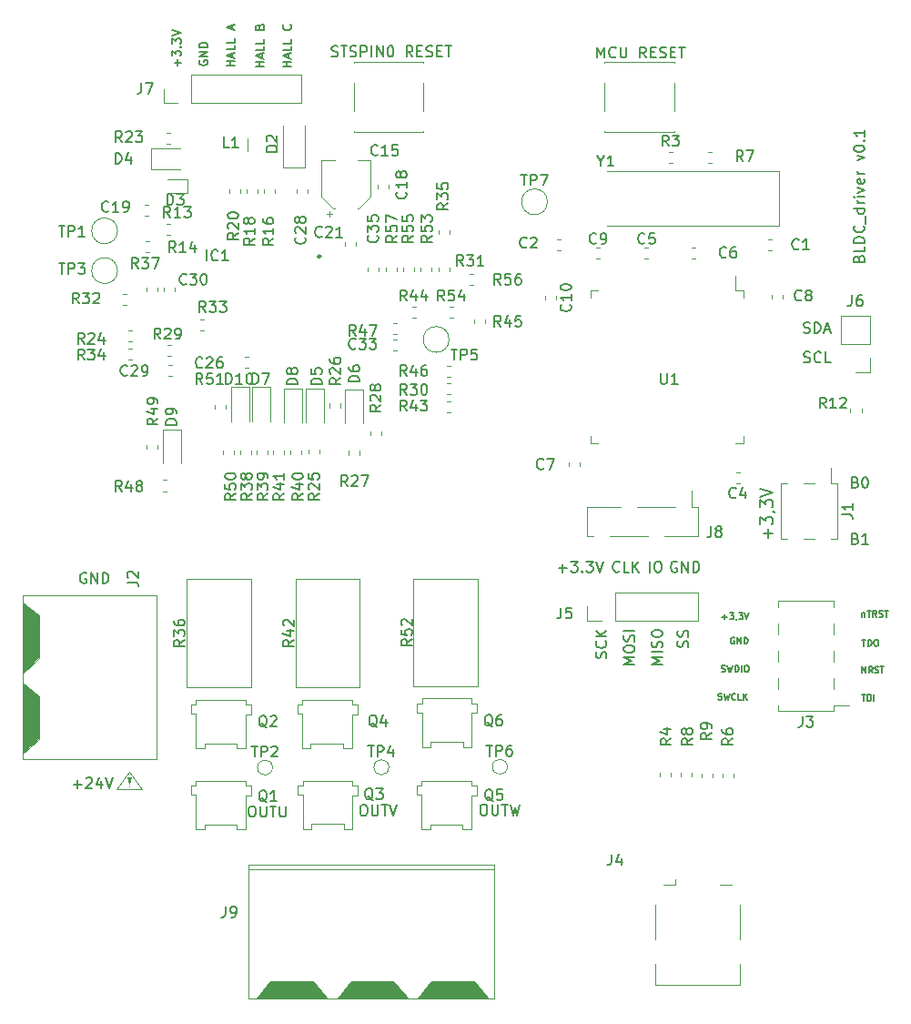
<source format=gbr>
G04 #@! TF.GenerationSoftware,KiCad,Pcbnew,(5.1.2)-2*
G04 #@! TF.CreationDate,2019-09-08T17:56:47+02:00*
G04 #@! TF.ProjectId,BLDC_driver_v1,424c4443-5f64-4726-9976-65725f76312e,rev?*
G04 #@! TF.SameCoordinates,Original*
G04 #@! TF.FileFunction,Legend,Top*
G04 #@! TF.FilePolarity,Positive*
%FSLAX46Y46*%
G04 Gerber Fmt 4.6, Leading zero omitted, Abs format (unit mm)*
G04 Created by KiCad (PCBNEW (5.1.2)-2) date 2019-09-08 17:56:47*
%MOMM*%
%LPD*%
G04 APERTURE LIST*
%ADD10C,0.150000*%
%ADD11C,0.120000*%
%ADD12C,0.100000*%
%ADD13C,0.250000*%
G04 APERTURE END LIST*
D10*
X101600000Y-44352380D02*
X101600000Y-43352380D01*
X101933333Y-44066666D01*
X102266666Y-43352380D01*
X102266666Y-44352380D01*
X103314285Y-44257142D02*
X103266666Y-44304761D01*
X103123809Y-44352380D01*
X103028571Y-44352380D01*
X102885714Y-44304761D01*
X102790476Y-44209523D01*
X102742857Y-44114285D01*
X102695238Y-43923809D01*
X102695238Y-43780952D01*
X102742857Y-43590476D01*
X102790476Y-43495238D01*
X102885714Y-43400000D01*
X103028571Y-43352380D01*
X103123809Y-43352380D01*
X103266666Y-43400000D01*
X103314285Y-43447619D01*
X103742857Y-43352380D02*
X103742857Y-44161904D01*
X103790476Y-44257142D01*
X103838095Y-44304761D01*
X103933333Y-44352380D01*
X104123809Y-44352380D01*
X104219047Y-44304761D01*
X104266666Y-44257142D01*
X104314285Y-44161904D01*
X104314285Y-43352380D01*
X106123809Y-44352380D02*
X105790476Y-43876190D01*
X105552380Y-44352380D02*
X105552380Y-43352380D01*
X105933333Y-43352380D01*
X106028571Y-43400000D01*
X106076190Y-43447619D01*
X106123809Y-43542857D01*
X106123809Y-43685714D01*
X106076190Y-43780952D01*
X106028571Y-43828571D01*
X105933333Y-43876190D01*
X105552380Y-43876190D01*
X106552380Y-43828571D02*
X106885714Y-43828571D01*
X107028571Y-44352380D02*
X106552380Y-44352380D01*
X106552380Y-43352380D01*
X107028571Y-43352380D01*
X107409523Y-44304761D02*
X107552380Y-44352380D01*
X107790476Y-44352380D01*
X107885714Y-44304761D01*
X107933333Y-44257142D01*
X107980952Y-44161904D01*
X107980952Y-44066666D01*
X107933333Y-43971428D01*
X107885714Y-43923809D01*
X107790476Y-43876190D01*
X107600000Y-43828571D01*
X107504761Y-43780952D01*
X107457142Y-43733333D01*
X107409523Y-43638095D01*
X107409523Y-43542857D01*
X107457142Y-43447619D01*
X107504761Y-43400000D01*
X107600000Y-43352380D01*
X107838095Y-43352380D01*
X107980952Y-43400000D01*
X108409523Y-43828571D02*
X108742857Y-43828571D01*
X108885714Y-44352380D02*
X108409523Y-44352380D01*
X108409523Y-43352380D01*
X108885714Y-43352380D01*
X109171428Y-43352380D02*
X109742857Y-43352380D01*
X109457142Y-44352380D02*
X109457142Y-43352380D01*
X76876190Y-44204761D02*
X77019047Y-44252380D01*
X77257142Y-44252380D01*
X77352380Y-44204761D01*
X77400000Y-44157142D01*
X77447619Y-44061904D01*
X77447619Y-43966666D01*
X77400000Y-43871428D01*
X77352380Y-43823809D01*
X77257142Y-43776190D01*
X77066666Y-43728571D01*
X76971428Y-43680952D01*
X76923809Y-43633333D01*
X76876190Y-43538095D01*
X76876190Y-43442857D01*
X76923809Y-43347619D01*
X76971428Y-43300000D01*
X77066666Y-43252380D01*
X77304761Y-43252380D01*
X77447619Y-43300000D01*
X77733333Y-43252380D02*
X78304761Y-43252380D01*
X78019047Y-44252380D02*
X78019047Y-43252380D01*
X78590476Y-44204761D02*
X78733333Y-44252380D01*
X78971428Y-44252380D01*
X79066666Y-44204761D01*
X79114285Y-44157142D01*
X79161904Y-44061904D01*
X79161904Y-43966666D01*
X79114285Y-43871428D01*
X79066666Y-43823809D01*
X78971428Y-43776190D01*
X78780952Y-43728571D01*
X78685714Y-43680952D01*
X78638095Y-43633333D01*
X78590476Y-43538095D01*
X78590476Y-43442857D01*
X78638095Y-43347619D01*
X78685714Y-43300000D01*
X78780952Y-43252380D01*
X79019047Y-43252380D01*
X79161904Y-43300000D01*
X79590476Y-44252380D02*
X79590476Y-43252380D01*
X79971428Y-43252380D01*
X80066666Y-43300000D01*
X80114285Y-43347619D01*
X80161904Y-43442857D01*
X80161904Y-43585714D01*
X80114285Y-43680952D01*
X80066666Y-43728571D01*
X79971428Y-43776190D01*
X79590476Y-43776190D01*
X80590476Y-44252380D02*
X80590476Y-43252380D01*
X81066666Y-44252380D02*
X81066666Y-43252380D01*
X81638095Y-44252380D01*
X81638095Y-43252380D01*
X82304761Y-43252380D02*
X82400000Y-43252380D01*
X82495238Y-43300000D01*
X82542857Y-43347619D01*
X82590476Y-43442857D01*
X82638095Y-43633333D01*
X82638095Y-43871428D01*
X82590476Y-44061904D01*
X82542857Y-44157142D01*
X82495238Y-44204761D01*
X82400000Y-44252380D01*
X82304761Y-44252380D01*
X82209523Y-44204761D01*
X82161904Y-44157142D01*
X82114285Y-44061904D01*
X82066666Y-43871428D01*
X82066666Y-43633333D01*
X82114285Y-43442857D01*
X82161904Y-43347619D01*
X82209523Y-43300000D01*
X82304761Y-43252380D01*
X84400000Y-44252380D02*
X84066666Y-43776190D01*
X83828571Y-44252380D02*
X83828571Y-43252380D01*
X84209523Y-43252380D01*
X84304761Y-43300000D01*
X84352380Y-43347619D01*
X84400000Y-43442857D01*
X84400000Y-43585714D01*
X84352380Y-43680952D01*
X84304761Y-43728571D01*
X84209523Y-43776190D01*
X83828571Y-43776190D01*
X84828571Y-43728571D02*
X85161904Y-43728571D01*
X85304761Y-44252380D02*
X84828571Y-44252380D01*
X84828571Y-43252380D01*
X85304761Y-43252380D01*
X85685714Y-44204761D02*
X85828571Y-44252380D01*
X86066666Y-44252380D01*
X86161904Y-44204761D01*
X86209523Y-44157142D01*
X86257142Y-44061904D01*
X86257142Y-43966666D01*
X86209523Y-43871428D01*
X86161904Y-43823809D01*
X86066666Y-43776190D01*
X85876190Y-43728571D01*
X85780952Y-43680952D01*
X85733333Y-43633333D01*
X85685714Y-43538095D01*
X85685714Y-43442857D01*
X85733333Y-43347619D01*
X85780952Y-43300000D01*
X85876190Y-43252380D01*
X86114285Y-43252380D01*
X86257142Y-43300000D01*
X86685714Y-43728571D02*
X87019047Y-43728571D01*
X87161904Y-44252380D02*
X86685714Y-44252380D01*
X86685714Y-43252380D01*
X87161904Y-43252380D01*
X87447619Y-43252380D02*
X88019047Y-43252380D01*
X87733333Y-44252380D02*
X87733333Y-43252380D01*
X126185714Y-103571428D02*
X126528571Y-103571428D01*
X126357142Y-104171428D02*
X126357142Y-103571428D01*
X126728571Y-104171428D02*
X126728571Y-103571428D01*
X126871428Y-103571428D01*
X126957142Y-103600000D01*
X127014285Y-103657142D01*
X127042857Y-103714285D01*
X127071428Y-103828571D01*
X127071428Y-103914285D01*
X127042857Y-104028571D01*
X127014285Y-104085714D01*
X126957142Y-104142857D01*
X126871428Y-104171428D01*
X126728571Y-104171428D01*
X127328571Y-104171428D02*
X127328571Y-103571428D01*
X126214285Y-101571428D02*
X126214285Y-100971428D01*
X126557142Y-101571428D01*
X126557142Y-100971428D01*
X127185714Y-101571428D02*
X126985714Y-101285714D01*
X126842857Y-101571428D02*
X126842857Y-100971428D01*
X127071428Y-100971428D01*
X127128571Y-101000000D01*
X127157142Y-101028571D01*
X127185714Y-101085714D01*
X127185714Y-101171428D01*
X127157142Y-101228571D01*
X127128571Y-101257142D01*
X127071428Y-101285714D01*
X126842857Y-101285714D01*
X127414285Y-101542857D02*
X127500000Y-101571428D01*
X127642857Y-101571428D01*
X127700000Y-101542857D01*
X127728571Y-101514285D01*
X127757142Y-101457142D01*
X127757142Y-101400000D01*
X127728571Y-101342857D01*
X127700000Y-101314285D01*
X127642857Y-101285714D01*
X127528571Y-101257142D01*
X127471428Y-101228571D01*
X127442857Y-101200000D01*
X127414285Y-101142857D01*
X127414285Y-101085714D01*
X127442857Y-101028571D01*
X127471428Y-101000000D01*
X127528571Y-100971428D01*
X127671428Y-100971428D01*
X127757142Y-101000000D01*
X127928571Y-100971428D02*
X128271428Y-100971428D01*
X128100000Y-101571428D02*
X128100000Y-100971428D01*
X126214285Y-98471428D02*
X126557142Y-98471428D01*
X126385714Y-99071428D02*
X126385714Y-98471428D01*
X126757142Y-99071428D02*
X126757142Y-98471428D01*
X126900000Y-98471428D01*
X126985714Y-98500000D01*
X127042857Y-98557142D01*
X127071428Y-98614285D01*
X127100000Y-98728571D01*
X127100000Y-98814285D01*
X127071428Y-98928571D01*
X127042857Y-98985714D01*
X126985714Y-99042857D01*
X126900000Y-99071428D01*
X126757142Y-99071428D01*
X127471428Y-98471428D02*
X127585714Y-98471428D01*
X127642857Y-98500000D01*
X127700000Y-98557142D01*
X127728571Y-98671428D01*
X127728571Y-98871428D01*
X127700000Y-98985714D01*
X127642857Y-99042857D01*
X127585714Y-99071428D01*
X127471428Y-99071428D01*
X127414285Y-99042857D01*
X127357142Y-98985714D01*
X127328571Y-98871428D01*
X127328571Y-98671428D01*
X127357142Y-98557142D01*
X127414285Y-98500000D01*
X127471428Y-98471428D01*
X126228571Y-95971428D02*
X126228571Y-96371428D01*
X126228571Y-96028571D02*
X126257142Y-96000000D01*
X126314285Y-95971428D01*
X126400000Y-95971428D01*
X126457142Y-96000000D01*
X126485714Y-96057142D01*
X126485714Y-96371428D01*
X126685714Y-95771428D02*
X127028571Y-95771428D01*
X126857142Y-96371428D02*
X126857142Y-95771428D01*
X127571428Y-96371428D02*
X127371428Y-96085714D01*
X127228571Y-96371428D02*
X127228571Y-95771428D01*
X127457142Y-95771428D01*
X127514285Y-95800000D01*
X127542857Y-95828571D01*
X127571428Y-95885714D01*
X127571428Y-95971428D01*
X127542857Y-96028571D01*
X127514285Y-96057142D01*
X127457142Y-96085714D01*
X127228571Y-96085714D01*
X127800000Y-96342857D02*
X127885714Y-96371428D01*
X128028571Y-96371428D01*
X128085714Y-96342857D01*
X128114285Y-96314285D01*
X128142857Y-96257142D01*
X128142857Y-96200000D01*
X128114285Y-96142857D01*
X128085714Y-96114285D01*
X128028571Y-96085714D01*
X127914285Y-96057142D01*
X127857142Y-96028571D01*
X127828571Y-96000000D01*
X127800000Y-95942857D01*
X127800000Y-95885714D01*
X127828571Y-95828571D01*
X127857142Y-95800000D01*
X127914285Y-95771428D01*
X128057142Y-95771428D01*
X128142857Y-95800000D01*
X128314285Y-95771428D02*
X128657142Y-95771428D01*
X128485714Y-96371428D02*
X128485714Y-95771428D01*
X112842857Y-104042857D02*
X112928571Y-104071428D01*
X113071428Y-104071428D01*
X113128571Y-104042857D01*
X113157142Y-104014285D01*
X113185714Y-103957142D01*
X113185714Y-103900000D01*
X113157142Y-103842857D01*
X113128571Y-103814285D01*
X113071428Y-103785714D01*
X112957142Y-103757142D01*
X112900000Y-103728571D01*
X112871428Y-103700000D01*
X112842857Y-103642857D01*
X112842857Y-103585714D01*
X112871428Y-103528571D01*
X112900000Y-103500000D01*
X112957142Y-103471428D01*
X113100000Y-103471428D01*
X113185714Y-103500000D01*
X113385714Y-103471428D02*
X113528571Y-104071428D01*
X113642857Y-103642857D01*
X113757142Y-104071428D01*
X113900000Y-103471428D01*
X114471428Y-104014285D02*
X114442857Y-104042857D01*
X114357142Y-104071428D01*
X114300000Y-104071428D01*
X114214285Y-104042857D01*
X114157142Y-103985714D01*
X114128571Y-103928571D01*
X114100000Y-103814285D01*
X114100000Y-103728571D01*
X114128571Y-103614285D01*
X114157142Y-103557142D01*
X114214285Y-103500000D01*
X114300000Y-103471428D01*
X114357142Y-103471428D01*
X114442857Y-103500000D01*
X114471428Y-103528571D01*
X115014285Y-104071428D02*
X114728571Y-104071428D01*
X114728571Y-103471428D01*
X115214285Y-104071428D02*
X115214285Y-103471428D01*
X115557142Y-104071428D02*
X115300000Y-103728571D01*
X115557142Y-103471428D02*
X115214285Y-103814285D01*
X113128571Y-101442857D02*
X113214285Y-101471428D01*
X113357142Y-101471428D01*
X113414285Y-101442857D01*
X113442857Y-101414285D01*
X113471428Y-101357142D01*
X113471428Y-101300000D01*
X113442857Y-101242857D01*
X113414285Y-101214285D01*
X113357142Y-101185714D01*
X113242857Y-101157142D01*
X113185714Y-101128571D01*
X113157142Y-101100000D01*
X113128571Y-101042857D01*
X113128571Y-100985714D01*
X113157142Y-100928571D01*
X113185714Y-100900000D01*
X113242857Y-100871428D01*
X113385714Y-100871428D01*
X113471428Y-100900000D01*
X113671428Y-100871428D02*
X113814285Y-101471428D01*
X113928571Y-101042857D01*
X114042857Y-101471428D01*
X114185714Y-100871428D01*
X114414285Y-101471428D02*
X114414285Y-100871428D01*
X114557142Y-100871428D01*
X114642857Y-100900000D01*
X114700000Y-100957142D01*
X114728571Y-101014285D01*
X114757142Y-101128571D01*
X114757142Y-101214285D01*
X114728571Y-101328571D01*
X114700000Y-101385714D01*
X114642857Y-101442857D01*
X114557142Y-101471428D01*
X114414285Y-101471428D01*
X115014285Y-101471428D02*
X115014285Y-100871428D01*
X115414285Y-100871428D02*
X115528571Y-100871428D01*
X115585714Y-100900000D01*
X115642857Y-100957142D01*
X115671428Y-101071428D01*
X115671428Y-101271428D01*
X115642857Y-101385714D01*
X115585714Y-101442857D01*
X115528571Y-101471428D01*
X115414285Y-101471428D01*
X115357142Y-101442857D01*
X115300000Y-101385714D01*
X115271428Y-101271428D01*
X115271428Y-101071428D01*
X115300000Y-100957142D01*
X115357142Y-100900000D01*
X115414285Y-100871428D01*
X114342857Y-98300000D02*
X114285714Y-98271428D01*
X114200000Y-98271428D01*
X114114285Y-98300000D01*
X114057142Y-98357142D01*
X114028571Y-98414285D01*
X114000000Y-98528571D01*
X114000000Y-98614285D01*
X114028571Y-98728571D01*
X114057142Y-98785714D01*
X114114285Y-98842857D01*
X114200000Y-98871428D01*
X114257142Y-98871428D01*
X114342857Y-98842857D01*
X114371428Y-98814285D01*
X114371428Y-98614285D01*
X114257142Y-98614285D01*
X114628571Y-98871428D02*
X114628571Y-98271428D01*
X114971428Y-98871428D01*
X114971428Y-98271428D01*
X115257142Y-98871428D02*
X115257142Y-98271428D01*
X115400000Y-98271428D01*
X115485714Y-98300000D01*
X115542857Y-98357142D01*
X115571428Y-98414285D01*
X115600000Y-98528571D01*
X115600000Y-98614285D01*
X115571428Y-98728571D01*
X115542857Y-98785714D01*
X115485714Y-98842857D01*
X115400000Y-98871428D01*
X115257142Y-98871428D01*
X113200000Y-96342857D02*
X113657142Y-96342857D01*
X113428571Y-96571428D02*
X113428571Y-96114285D01*
X113885714Y-95971428D02*
X114257142Y-95971428D01*
X114057142Y-96200000D01*
X114142857Y-96200000D01*
X114200000Y-96228571D01*
X114228571Y-96257142D01*
X114257142Y-96314285D01*
X114257142Y-96457142D01*
X114228571Y-96514285D01*
X114200000Y-96542857D01*
X114142857Y-96571428D01*
X113971428Y-96571428D01*
X113914285Y-96542857D01*
X113885714Y-96514285D01*
X114542857Y-96542857D02*
X114542857Y-96571428D01*
X114514285Y-96628571D01*
X114485714Y-96657142D01*
X114742857Y-95971428D02*
X115114285Y-95971428D01*
X114914285Y-96200000D01*
X115000000Y-96200000D01*
X115057142Y-96228571D01*
X115085714Y-96257142D01*
X115114285Y-96314285D01*
X115114285Y-96457142D01*
X115085714Y-96514285D01*
X115057142Y-96542857D01*
X115000000Y-96571428D01*
X114828571Y-96571428D01*
X114771428Y-96542857D01*
X114742857Y-96514285D01*
X115285714Y-95971428D02*
X115485714Y-96571428D01*
X115685714Y-95971428D01*
X117485714Y-89000000D02*
X117485714Y-88161904D01*
X117942857Y-88580952D02*
X117028571Y-88580952D01*
X116742857Y-87742857D02*
X116742857Y-87061904D01*
X117200000Y-87428571D01*
X117200000Y-87271428D01*
X117257142Y-87166666D01*
X117314285Y-87114285D01*
X117428571Y-87061904D01*
X117714285Y-87061904D01*
X117828571Y-87114285D01*
X117885714Y-87166666D01*
X117942857Y-87271428D01*
X117942857Y-87585714D01*
X117885714Y-87690476D01*
X117828571Y-87742857D01*
X117885714Y-86538095D02*
X117942857Y-86538095D01*
X118057142Y-86590476D01*
X118114285Y-86642857D01*
X116742857Y-86171428D02*
X116742857Y-85490476D01*
X117200000Y-85857142D01*
X117200000Y-85700000D01*
X117257142Y-85595238D01*
X117314285Y-85542857D01*
X117428571Y-85490476D01*
X117714285Y-85490476D01*
X117828571Y-85542857D01*
X117885714Y-85595238D01*
X117942857Y-85700000D01*
X117942857Y-86014285D01*
X117885714Y-86119047D01*
X117828571Y-86171428D01*
X116742857Y-85176190D02*
X117942857Y-84809523D01*
X116742857Y-84442857D01*
D11*
X58150000Y-111350000D02*
X57950000Y-111350000D01*
X58200000Y-111250000D02*
X58050000Y-111900000D01*
X57900000Y-111250000D02*
X58050000Y-111850000D01*
X58200000Y-111250000D02*
X57900000Y-111250000D01*
X58050000Y-112150000D02*
X58050000Y-112150000D01*
X58050000Y-111300000D02*
X58050000Y-111850000D01*
X59250000Y-112400000D02*
X56850000Y-112400000D01*
X58050000Y-110800000D02*
X56850000Y-112400000D01*
X58050000Y-110800000D02*
X59250000Y-112400000D01*
D10*
X125928571Y-63035714D02*
X125976190Y-62892857D01*
X126023809Y-62845238D01*
X126119047Y-62797619D01*
X126261904Y-62797619D01*
X126357142Y-62845238D01*
X126404761Y-62892857D01*
X126452380Y-62988095D01*
X126452380Y-63369047D01*
X125452380Y-63369047D01*
X125452380Y-63035714D01*
X125500000Y-62940476D01*
X125547619Y-62892857D01*
X125642857Y-62845238D01*
X125738095Y-62845238D01*
X125833333Y-62892857D01*
X125880952Y-62940476D01*
X125928571Y-63035714D01*
X125928571Y-63369047D01*
X126452380Y-61892857D02*
X126452380Y-62369047D01*
X125452380Y-62369047D01*
X126452380Y-61559523D02*
X125452380Y-61559523D01*
X125452380Y-61321428D01*
X125500000Y-61178571D01*
X125595238Y-61083333D01*
X125690476Y-61035714D01*
X125880952Y-60988095D01*
X126023809Y-60988095D01*
X126214285Y-61035714D01*
X126309523Y-61083333D01*
X126404761Y-61178571D01*
X126452380Y-61321428D01*
X126452380Y-61559523D01*
X126357142Y-59988095D02*
X126404761Y-60035714D01*
X126452380Y-60178571D01*
X126452380Y-60273809D01*
X126404761Y-60416666D01*
X126309523Y-60511904D01*
X126214285Y-60559523D01*
X126023809Y-60607142D01*
X125880952Y-60607142D01*
X125690476Y-60559523D01*
X125595238Y-60511904D01*
X125500000Y-60416666D01*
X125452380Y-60273809D01*
X125452380Y-60178571D01*
X125500000Y-60035714D01*
X125547619Y-59988095D01*
X126547619Y-59797619D02*
X126547619Y-59035714D01*
X126452380Y-58369047D02*
X125452380Y-58369047D01*
X126404761Y-58369047D02*
X126452380Y-58464285D01*
X126452380Y-58654761D01*
X126404761Y-58750000D01*
X126357142Y-58797619D01*
X126261904Y-58845238D01*
X125976190Y-58845238D01*
X125880952Y-58797619D01*
X125833333Y-58750000D01*
X125785714Y-58654761D01*
X125785714Y-58464285D01*
X125833333Y-58369047D01*
X126452380Y-57892857D02*
X125785714Y-57892857D01*
X125976190Y-57892857D02*
X125880952Y-57845238D01*
X125833333Y-57797619D01*
X125785714Y-57702380D01*
X125785714Y-57607142D01*
X126452380Y-57273809D02*
X125785714Y-57273809D01*
X125452380Y-57273809D02*
X125500000Y-57321428D01*
X125547619Y-57273809D01*
X125500000Y-57226190D01*
X125452380Y-57273809D01*
X125547619Y-57273809D01*
X125785714Y-56892857D02*
X126452380Y-56654761D01*
X125785714Y-56416666D01*
X126404761Y-55654761D02*
X126452380Y-55750000D01*
X126452380Y-55940476D01*
X126404761Y-56035714D01*
X126309523Y-56083333D01*
X125928571Y-56083333D01*
X125833333Y-56035714D01*
X125785714Y-55940476D01*
X125785714Y-55750000D01*
X125833333Y-55654761D01*
X125928571Y-55607142D01*
X126023809Y-55607142D01*
X126119047Y-56083333D01*
X126452380Y-55178571D02*
X125785714Y-55178571D01*
X125976190Y-55178571D02*
X125880952Y-55130952D01*
X125833333Y-55083333D01*
X125785714Y-54988095D01*
X125785714Y-54892857D01*
X125785714Y-53892857D02*
X126452380Y-53654761D01*
X125785714Y-53416666D01*
X125452380Y-52845238D02*
X125452380Y-52750000D01*
X125500000Y-52654761D01*
X125547619Y-52607142D01*
X125642857Y-52559523D01*
X125833333Y-52511904D01*
X126071428Y-52511904D01*
X126261904Y-52559523D01*
X126357142Y-52607142D01*
X126404761Y-52654761D01*
X126452380Y-52750000D01*
X126452380Y-52845238D01*
X126404761Y-52940476D01*
X126357142Y-52988095D01*
X126261904Y-53035714D01*
X126071428Y-53083333D01*
X125833333Y-53083333D01*
X125642857Y-53035714D01*
X125547619Y-52988095D01*
X125500000Y-52940476D01*
X125452380Y-52845238D01*
X126357142Y-52083333D02*
X126404761Y-52035714D01*
X126452380Y-52083333D01*
X126404761Y-52130952D01*
X126357142Y-52083333D01*
X126452380Y-52083333D01*
X126452380Y-51083333D02*
X126452380Y-51654761D01*
X126452380Y-51369047D02*
X125452380Y-51369047D01*
X125595238Y-51464285D01*
X125690476Y-51559523D01*
X125738095Y-51654761D01*
X54038095Y-92300000D02*
X53942857Y-92252380D01*
X53800000Y-92252380D01*
X53657142Y-92300000D01*
X53561904Y-92395238D01*
X53514285Y-92490476D01*
X53466666Y-92680952D01*
X53466666Y-92823809D01*
X53514285Y-93014285D01*
X53561904Y-93109523D01*
X53657142Y-93204761D01*
X53800000Y-93252380D01*
X53895238Y-93252380D01*
X54038095Y-93204761D01*
X54085714Y-93157142D01*
X54085714Y-92823809D01*
X53895238Y-92823809D01*
X54514285Y-93252380D02*
X54514285Y-92252380D01*
X55085714Y-93252380D01*
X55085714Y-92252380D01*
X55561904Y-93252380D02*
X55561904Y-92252380D01*
X55800000Y-92252380D01*
X55942857Y-92300000D01*
X56038095Y-92395238D01*
X56085714Y-92490476D01*
X56133333Y-92680952D01*
X56133333Y-92823809D01*
X56085714Y-93014285D01*
X56038095Y-93109523D01*
X55942857Y-93204761D01*
X55800000Y-93252380D01*
X55561904Y-93252380D01*
X52838095Y-111921428D02*
X53600000Y-111921428D01*
X53219047Y-112302380D02*
X53219047Y-111540476D01*
X54028571Y-111397619D02*
X54076190Y-111350000D01*
X54171428Y-111302380D01*
X54409523Y-111302380D01*
X54504761Y-111350000D01*
X54552380Y-111397619D01*
X54600000Y-111492857D01*
X54600000Y-111588095D01*
X54552380Y-111730952D01*
X53980952Y-112302380D01*
X54600000Y-112302380D01*
X55457142Y-111635714D02*
X55457142Y-112302380D01*
X55219047Y-111254761D02*
X54980952Y-111969047D01*
X55600000Y-111969047D01*
X55838095Y-111302380D02*
X56171428Y-112302380D01*
X56504761Y-111302380D01*
X90928571Y-113802380D02*
X91119047Y-113802380D01*
X91214285Y-113850000D01*
X91309523Y-113945238D01*
X91357142Y-114135714D01*
X91357142Y-114469047D01*
X91309523Y-114659523D01*
X91214285Y-114754761D01*
X91119047Y-114802380D01*
X90928571Y-114802380D01*
X90833333Y-114754761D01*
X90738095Y-114659523D01*
X90690476Y-114469047D01*
X90690476Y-114135714D01*
X90738095Y-113945238D01*
X90833333Y-113850000D01*
X90928571Y-113802380D01*
X91785714Y-113802380D02*
X91785714Y-114611904D01*
X91833333Y-114707142D01*
X91880952Y-114754761D01*
X91976190Y-114802380D01*
X92166666Y-114802380D01*
X92261904Y-114754761D01*
X92309523Y-114707142D01*
X92357142Y-114611904D01*
X92357142Y-113802380D01*
X92690476Y-113802380D02*
X93261904Y-113802380D01*
X92976190Y-114802380D02*
X92976190Y-113802380D01*
X93500000Y-113802380D02*
X93738095Y-114802380D01*
X93928571Y-114088095D01*
X94119047Y-114802380D01*
X94357142Y-113802380D01*
X79771428Y-113852380D02*
X79961904Y-113852380D01*
X80057142Y-113900000D01*
X80152380Y-113995238D01*
X80200000Y-114185714D01*
X80200000Y-114519047D01*
X80152380Y-114709523D01*
X80057142Y-114804761D01*
X79961904Y-114852380D01*
X79771428Y-114852380D01*
X79676190Y-114804761D01*
X79580952Y-114709523D01*
X79533333Y-114519047D01*
X79533333Y-114185714D01*
X79580952Y-113995238D01*
X79676190Y-113900000D01*
X79771428Y-113852380D01*
X80628571Y-113852380D02*
X80628571Y-114661904D01*
X80676190Y-114757142D01*
X80723809Y-114804761D01*
X80819047Y-114852380D01*
X81009523Y-114852380D01*
X81104761Y-114804761D01*
X81152380Y-114757142D01*
X81200000Y-114661904D01*
X81200000Y-113852380D01*
X81533333Y-113852380D02*
X82104761Y-113852380D01*
X81819047Y-114852380D02*
X81819047Y-113852380D01*
X82295238Y-113852380D02*
X82628571Y-114852380D01*
X82961904Y-113852380D01*
X69376190Y-113952380D02*
X69566666Y-113952380D01*
X69661904Y-114000000D01*
X69757142Y-114095238D01*
X69804761Y-114285714D01*
X69804761Y-114619047D01*
X69757142Y-114809523D01*
X69661904Y-114904761D01*
X69566666Y-114952380D01*
X69376190Y-114952380D01*
X69280952Y-114904761D01*
X69185714Y-114809523D01*
X69138095Y-114619047D01*
X69138095Y-114285714D01*
X69185714Y-114095238D01*
X69280952Y-114000000D01*
X69376190Y-113952380D01*
X70233333Y-113952380D02*
X70233333Y-114761904D01*
X70280952Y-114857142D01*
X70328571Y-114904761D01*
X70423809Y-114952380D01*
X70614285Y-114952380D01*
X70709523Y-114904761D01*
X70757142Y-114857142D01*
X70804761Y-114761904D01*
X70804761Y-113952380D01*
X71138095Y-113952380D02*
X71709523Y-113952380D01*
X71423809Y-114952380D02*
X71423809Y-113952380D01*
X72042857Y-113952380D02*
X72042857Y-114761904D01*
X72090476Y-114857142D01*
X72138095Y-114904761D01*
X72233333Y-114952380D01*
X72423809Y-114952380D01*
X72519047Y-114904761D01*
X72566666Y-114857142D01*
X72614285Y-114761904D01*
X72614285Y-113952380D01*
X110004761Y-99161904D02*
X110052380Y-99019047D01*
X110052380Y-98780952D01*
X110004761Y-98685714D01*
X109957142Y-98638095D01*
X109861904Y-98590476D01*
X109766666Y-98590476D01*
X109671428Y-98638095D01*
X109623809Y-98685714D01*
X109576190Y-98780952D01*
X109528571Y-98971428D01*
X109480952Y-99066666D01*
X109433333Y-99114285D01*
X109338095Y-99161904D01*
X109242857Y-99161904D01*
X109147619Y-99114285D01*
X109100000Y-99066666D01*
X109052380Y-98971428D01*
X109052380Y-98733333D01*
X109100000Y-98590476D01*
X110004761Y-98209523D02*
X110052380Y-98066666D01*
X110052380Y-97828571D01*
X110004761Y-97733333D01*
X109957142Y-97685714D01*
X109861904Y-97638095D01*
X109766666Y-97638095D01*
X109671428Y-97685714D01*
X109623809Y-97733333D01*
X109576190Y-97828571D01*
X109528571Y-98019047D01*
X109480952Y-98114285D01*
X109433333Y-98161904D01*
X109338095Y-98209523D01*
X109242857Y-98209523D01*
X109147619Y-98161904D01*
X109100000Y-98114285D01*
X109052380Y-98019047D01*
X109052380Y-97780952D01*
X109100000Y-97638095D01*
X107652380Y-100771428D02*
X106652380Y-100771428D01*
X107366666Y-100438095D01*
X106652380Y-100104761D01*
X107652380Y-100104761D01*
X107652380Y-99628571D02*
X106652380Y-99628571D01*
X107604761Y-99200000D02*
X107652380Y-99057142D01*
X107652380Y-98819047D01*
X107604761Y-98723809D01*
X107557142Y-98676190D01*
X107461904Y-98628571D01*
X107366666Y-98628571D01*
X107271428Y-98676190D01*
X107223809Y-98723809D01*
X107176190Y-98819047D01*
X107128571Y-99009523D01*
X107080952Y-99104761D01*
X107033333Y-99152380D01*
X106938095Y-99200000D01*
X106842857Y-99200000D01*
X106747619Y-99152380D01*
X106700000Y-99104761D01*
X106652380Y-99009523D01*
X106652380Y-98771428D01*
X106700000Y-98628571D01*
X106652380Y-98009523D02*
X106652380Y-97819047D01*
X106700000Y-97723809D01*
X106795238Y-97628571D01*
X106985714Y-97580952D01*
X107319047Y-97580952D01*
X107509523Y-97628571D01*
X107604761Y-97723809D01*
X107652380Y-97819047D01*
X107652380Y-98009523D01*
X107604761Y-98104761D01*
X107509523Y-98200000D01*
X107319047Y-98247619D01*
X106985714Y-98247619D01*
X106795238Y-98200000D01*
X106700000Y-98104761D01*
X106652380Y-98009523D01*
X105052380Y-100771428D02*
X104052380Y-100771428D01*
X104766666Y-100438095D01*
X104052380Y-100104761D01*
X105052380Y-100104761D01*
X104052380Y-99438095D02*
X104052380Y-99247619D01*
X104100000Y-99152380D01*
X104195238Y-99057142D01*
X104385714Y-99009523D01*
X104719047Y-99009523D01*
X104909523Y-99057142D01*
X105004761Y-99152380D01*
X105052380Y-99247619D01*
X105052380Y-99438095D01*
X105004761Y-99533333D01*
X104909523Y-99628571D01*
X104719047Y-99676190D01*
X104385714Y-99676190D01*
X104195238Y-99628571D01*
X104100000Y-99533333D01*
X104052380Y-99438095D01*
X105004761Y-98628571D02*
X105052380Y-98485714D01*
X105052380Y-98247619D01*
X105004761Y-98152380D01*
X104957142Y-98104761D01*
X104861904Y-98057142D01*
X104766666Y-98057142D01*
X104671428Y-98104761D01*
X104623809Y-98152380D01*
X104576190Y-98247619D01*
X104528571Y-98438095D01*
X104480952Y-98533333D01*
X104433333Y-98580952D01*
X104338095Y-98628571D01*
X104242857Y-98628571D01*
X104147619Y-98580952D01*
X104100000Y-98533333D01*
X104052380Y-98438095D01*
X104052380Y-98200000D01*
X104100000Y-98057142D01*
X105052380Y-97628571D02*
X104052380Y-97628571D01*
X102404761Y-100185714D02*
X102452380Y-100042857D01*
X102452380Y-99804761D01*
X102404761Y-99709523D01*
X102357142Y-99661904D01*
X102261904Y-99614285D01*
X102166666Y-99614285D01*
X102071428Y-99661904D01*
X102023809Y-99709523D01*
X101976190Y-99804761D01*
X101928571Y-99995238D01*
X101880952Y-100090476D01*
X101833333Y-100138095D01*
X101738095Y-100185714D01*
X101642857Y-100185714D01*
X101547619Y-100138095D01*
X101500000Y-100090476D01*
X101452380Y-99995238D01*
X101452380Y-99757142D01*
X101500000Y-99614285D01*
X102357142Y-98614285D02*
X102404761Y-98661904D01*
X102452380Y-98804761D01*
X102452380Y-98900000D01*
X102404761Y-99042857D01*
X102309523Y-99138095D01*
X102214285Y-99185714D01*
X102023809Y-99233333D01*
X101880952Y-99233333D01*
X101690476Y-99185714D01*
X101595238Y-99138095D01*
X101500000Y-99042857D01*
X101452380Y-98900000D01*
X101452380Y-98804761D01*
X101500000Y-98661904D01*
X101547619Y-98614285D01*
X102452380Y-98185714D02*
X101452380Y-98185714D01*
X102452380Y-97614285D02*
X101880952Y-98042857D01*
X101452380Y-97614285D02*
X102023809Y-98185714D01*
X108988095Y-91250000D02*
X108892857Y-91202380D01*
X108750000Y-91202380D01*
X108607142Y-91250000D01*
X108511904Y-91345238D01*
X108464285Y-91440476D01*
X108416666Y-91630952D01*
X108416666Y-91773809D01*
X108464285Y-91964285D01*
X108511904Y-92059523D01*
X108607142Y-92154761D01*
X108750000Y-92202380D01*
X108845238Y-92202380D01*
X108988095Y-92154761D01*
X109035714Y-92107142D01*
X109035714Y-91773809D01*
X108845238Y-91773809D01*
X109464285Y-92202380D02*
X109464285Y-91202380D01*
X110035714Y-92202380D01*
X110035714Y-91202380D01*
X110511904Y-92202380D02*
X110511904Y-91202380D01*
X110750000Y-91202380D01*
X110892857Y-91250000D01*
X110988095Y-91345238D01*
X111035714Y-91440476D01*
X111083333Y-91630952D01*
X111083333Y-91773809D01*
X111035714Y-91964285D01*
X110988095Y-92059523D01*
X110892857Y-92154761D01*
X110750000Y-92202380D01*
X110511904Y-92202380D01*
X103654761Y-92107142D02*
X103607142Y-92154761D01*
X103464285Y-92202380D01*
X103369047Y-92202380D01*
X103226190Y-92154761D01*
X103130952Y-92059523D01*
X103083333Y-91964285D01*
X103035714Y-91773809D01*
X103035714Y-91630952D01*
X103083333Y-91440476D01*
X103130952Y-91345238D01*
X103226190Y-91250000D01*
X103369047Y-91202380D01*
X103464285Y-91202380D01*
X103607142Y-91250000D01*
X103654761Y-91297619D01*
X104559523Y-92202380D02*
X104083333Y-92202380D01*
X104083333Y-91202380D01*
X104892857Y-92202380D02*
X104892857Y-91202380D01*
X105464285Y-92202380D02*
X105035714Y-91630952D01*
X105464285Y-91202380D02*
X104892857Y-91773809D01*
X106476190Y-92202380D02*
X106476190Y-91202380D01*
X107142857Y-91202380D02*
X107333333Y-91202380D01*
X107428571Y-91250000D01*
X107523809Y-91345238D01*
X107571428Y-91535714D01*
X107571428Y-91869047D01*
X107523809Y-92059523D01*
X107428571Y-92154761D01*
X107333333Y-92202380D01*
X107142857Y-92202380D01*
X107047619Y-92154761D01*
X106952380Y-92059523D01*
X106904761Y-91869047D01*
X106904761Y-91535714D01*
X106952380Y-91345238D01*
X107047619Y-91250000D01*
X107142857Y-91202380D01*
X98000000Y-91821428D02*
X98761904Y-91821428D01*
X98380952Y-92202380D02*
X98380952Y-91440476D01*
X99142857Y-91202380D02*
X99761904Y-91202380D01*
X99428571Y-91583333D01*
X99571428Y-91583333D01*
X99666666Y-91630952D01*
X99714285Y-91678571D01*
X99761904Y-91773809D01*
X99761904Y-92011904D01*
X99714285Y-92107142D01*
X99666666Y-92154761D01*
X99571428Y-92202380D01*
X99285714Y-92202380D01*
X99190476Y-92154761D01*
X99142857Y-92107142D01*
X100190476Y-92107142D02*
X100238095Y-92154761D01*
X100190476Y-92202380D01*
X100142857Y-92154761D01*
X100190476Y-92107142D01*
X100190476Y-92202380D01*
X100571428Y-91202380D02*
X101190476Y-91202380D01*
X100857142Y-91583333D01*
X101000000Y-91583333D01*
X101095238Y-91630952D01*
X101142857Y-91678571D01*
X101190476Y-91773809D01*
X101190476Y-92011904D01*
X101142857Y-92107142D01*
X101095238Y-92154761D01*
X101000000Y-92202380D01*
X100714285Y-92202380D01*
X100619047Y-92154761D01*
X100571428Y-92107142D01*
X101476190Y-91202380D02*
X101809523Y-92202380D01*
X102142857Y-91202380D01*
X125595238Y-89078571D02*
X125738095Y-89126190D01*
X125785714Y-89173809D01*
X125833333Y-89269047D01*
X125833333Y-89411904D01*
X125785714Y-89507142D01*
X125738095Y-89554761D01*
X125642857Y-89602380D01*
X125261904Y-89602380D01*
X125261904Y-88602380D01*
X125595238Y-88602380D01*
X125690476Y-88650000D01*
X125738095Y-88697619D01*
X125785714Y-88792857D01*
X125785714Y-88888095D01*
X125738095Y-88983333D01*
X125690476Y-89030952D01*
X125595238Y-89078571D01*
X125261904Y-89078571D01*
X126785714Y-89602380D02*
X126214285Y-89602380D01*
X126500000Y-89602380D02*
X126500000Y-88602380D01*
X126404761Y-88745238D01*
X126309523Y-88840476D01*
X126214285Y-88888095D01*
X125595238Y-83828571D02*
X125738095Y-83876190D01*
X125785714Y-83923809D01*
X125833333Y-84019047D01*
X125833333Y-84161904D01*
X125785714Y-84257142D01*
X125738095Y-84304761D01*
X125642857Y-84352380D01*
X125261904Y-84352380D01*
X125261904Y-83352380D01*
X125595238Y-83352380D01*
X125690476Y-83400000D01*
X125738095Y-83447619D01*
X125785714Y-83542857D01*
X125785714Y-83638095D01*
X125738095Y-83733333D01*
X125690476Y-83780952D01*
X125595238Y-83828571D01*
X125261904Y-83828571D01*
X126452380Y-83352380D02*
X126547619Y-83352380D01*
X126642857Y-83400000D01*
X126690476Y-83447619D01*
X126738095Y-83542857D01*
X126785714Y-83733333D01*
X126785714Y-83971428D01*
X126738095Y-84161904D01*
X126690476Y-84257142D01*
X126642857Y-84304761D01*
X126547619Y-84352380D01*
X126452380Y-84352380D01*
X126357142Y-84304761D01*
X126309523Y-84257142D01*
X126261904Y-84161904D01*
X126214285Y-83971428D01*
X126214285Y-83733333D01*
X126261904Y-83542857D01*
X126309523Y-83447619D01*
X126357142Y-83400000D01*
X126452380Y-83352380D01*
X120809523Y-72654761D02*
X120952380Y-72702380D01*
X121190476Y-72702380D01*
X121285714Y-72654761D01*
X121333333Y-72607142D01*
X121380952Y-72511904D01*
X121380952Y-72416666D01*
X121333333Y-72321428D01*
X121285714Y-72273809D01*
X121190476Y-72226190D01*
X121000000Y-72178571D01*
X120904761Y-72130952D01*
X120857142Y-72083333D01*
X120809523Y-71988095D01*
X120809523Y-71892857D01*
X120857142Y-71797619D01*
X120904761Y-71750000D01*
X121000000Y-71702380D01*
X121238095Y-71702380D01*
X121380952Y-71750000D01*
X122380952Y-72607142D02*
X122333333Y-72654761D01*
X122190476Y-72702380D01*
X122095238Y-72702380D01*
X121952380Y-72654761D01*
X121857142Y-72559523D01*
X121809523Y-72464285D01*
X121761904Y-72273809D01*
X121761904Y-72130952D01*
X121809523Y-71940476D01*
X121857142Y-71845238D01*
X121952380Y-71750000D01*
X122095238Y-71702380D01*
X122190476Y-71702380D01*
X122333333Y-71750000D01*
X122380952Y-71797619D01*
X123285714Y-72702380D02*
X122809523Y-72702380D01*
X122809523Y-71702380D01*
X120785714Y-69904761D02*
X120928571Y-69952380D01*
X121166666Y-69952380D01*
X121261904Y-69904761D01*
X121309523Y-69857142D01*
X121357142Y-69761904D01*
X121357142Y-69666666D01*
X121309523Y-69571428D01*
X121261904Y-69523809D01*
X121166666Y-69476190D01*
X120976190Y-69428571D01*
X120880952Y-69380952D01*
X120833333Y-69333333D01*
X120785714Y-69238095D01*
X120785714Y-69142857D01*
X120833333Y-69047619D01*
X120880952Y-69000000D01*
X120976190Y-68952380D01*
X121214285Y-68952380D01*
X121357142Y-69000000D01*
X121785714Y-69952380D02*
X121785714Y-68952380D01*
X122023809Y-68952380D01*
X122166666Y-69000000D01*
X122261904Y-69095238D01*
X122309523Y-69190476D01*
X122357142Y-69380952D01*
X122357142Y-69523809D01*
X122309523Y-69714285D01*
X122261904Y-69809523D01*
X122166666Y-69904761D01*
X122023809Y-69952380D01*
X121785714Y-69952380D01*
X122738095Y-69666666D02*
X123214285Y-69666666D01*
X122642857Y-69952380D02*
X122976190Y-68952380D01*
X123309523Y-69952380D01*
X73111904Y-45173809D02*
X72311904Y-45173809D01*
X72692857Y-45173809D02*
X72692857Y-44716666D01*
X73111904Y-44716666D02*
X72311904Y-44716666D01*
X72883333Y-44373809D02*
X72883333Y-43992857D01*
X73111904Y-44450000D02*
X72311904Y-44183333D01*
X73111904Y-43916666D01*
X73111904Y-43269047D02*
X73111904Y-43650000D01*
X72311904Y-43650000D01*
X73111904Y-42621428D02*
X73111904Y-43002380D01*
X72311904Y-43002380D01*
X73035714Y-41288095D02*
X73073809Y-41326190D01*
X73111904Y-41440476D01*
X73111904Y-41516666D01*
X73073809Y-41630952D01*
X72997619Y-41707142D01*
X72921428Y-41745238D01*
X72769047Y-41783333D01*
X72654761Y-41783333D01*
X72502380Y-41745238D01*
X72426190Y-41707142D01*
X72350000Y-41630952D01*
X72311904Y-41516666D01*
X72311904Y-41440476D01*
X72350000Y-41326190D01*
X72388095Y-41288095D01*
X70611904Y-45173809D02*
X69811904Y-45173809D01*
X70192857Y-45173809D02*
X70192857Y-44716666D01*
X70611904Y-44716666D02*
X69811904Y-44716666D01*
X70383333Y-44373809D02*
X70383333Y-43992857D01*
X70611904Y-44450000D02*
X69811904Y-44183333D01*
X70611904Y-43916666D01*
X70611904Y-43269047D02*
X70611904Y-43650000D01*
X69811904Y-43650000D01*
X70611904Y-42621428D02*
X70611904Y-43002380D01*
X69811904Y-43002380D01*
X70192857Y-41478571D02*
X70230952Y-41364285D01*
X70269047Y-41326190D01*
X70345238Y-41288095D01*
X70459523Y-41288095D01*
X70535714Y-41326190D01*
X70573809Y-41364285D01*
X70611904Y-41440476D01*
X70611904Y-41745238D01*
X69811904Y-41745238D01*
X69811904Y-41478571D01*
X69850000Y-41402380D01*
X69888095Y-41364285D01*
X69964285Y-41326190D01*
X70040476Y-41326190D01*
X70116666Y-41364285D01*
X70154761Y-41402380D01*
X70192857Y-41478571D01*
X70192857Y-41745238D01*
X67861904Y-45116666D02*
X67061904Y-45116666D01*
X67442857Y-45116666D02*
X67442857Y-44659523D01*
X67861904Y-44659523D02*
X67061904Y-44659523D01*
X67633333Y-44316666D02*
X67633333Y-43935714D01*
X67861904Y-44392857D02*
X67061904Y-44126190D01*
X67861904Y-43859523D01*
X67861904Y-43211904D02*
X67861904Y-43592857D01*
X67061904Y-43592857D01*
X67861904Y-42564285D02*
X67861904Y-42945238D01*
X67061904Y-42945238D01*
X67633333Y-41726190D02*
X67633333Y-41345238D01*
X67861904Y-41802380D02*
X67061904Y-41535714D01*
X67861904Y-41269047D01*
X64600000Y-44609523D02*
X64561904Y-44685714D01*
X64561904Y-44800000D01*
X64600000Y-44914285D01*
X64676190Y-44990476D01*
X64752380Y-45028571D01*
X64904761Y-45066666D01*
X65019047Y-45066666D01*
X65171428Y-45028571D01*
X65247619Y-44990476D01*
X65323809Y-44914285D01*
X65361904Y-44800000D01*
X65361904Y-44723809D01*
X65323809Y-44609523D01*
X65285714Y-44571428D01*
X65019047Y-44571428D01*
X65019047Y-44723809D01*
X65361904Y-44228571D02*
X64561904Y-44228571D01*
X65361904Y-43771428D01*
X64561904Y-43771428D01*
X65361904Y-43390476D02*
X64561904Y-43390476D01*
X64561904Y-43200000D01*
X64600000Y-43085714D01*
X64676190Y-43009523D01*
X64752380Y-42971428D01*
X64904761Y-42933333D01*
X65019047Y-42933333D01*
X65171428Y-42971428D01*
X65247619Y-43009523D01*
X65323809Y-43085714D01*
X65361904Y-43200000D01*
X65361904Y-43390476D01*
X62557142Y-45100000D02*
X62557142Y-44490476D01*
X62861904Y-44795238D02*
X62252380Y-44795238D01*
X62061904Y-44185714D02*
X62061904Y-43690476D01*
X62366666Y-43957142D01*
X62366666Y-43842857D01*
X62404761Y-43766666D01*
X62442857Y-43728571D01*
X62519047Y-43690476D01*
X62709523Y-43690476D01*
X62785714Y-43728571D01*
X62823809Y-43766666D01*
X62861904Y-43842857D01*
X62861904Y-44071428D01*
X62823809Y-44147619D01*
X62785714Y-44185714D01*
X62785714Y-43347619D02*
X62823809Y-43309523D01*
X62861904Y-43347619D01*
X62823809Y-43385714D01*
X62785714Y-43347619D01*
X62861904Y-43347619D01*
X62061904Y-43042857D02*
X62061904Y-42547619D01*
X62366666Y-42814285D01*
X62366666Y-42700000D01*
X62404761Y-42623809D01*
X62442857Y-42585714D01*
X62519047Y-42547619D01*
X62709523Y-42547619D01*
X62785714Y-42585714D01*
X62823809Y-42623809D01*
X62861904Y-42700000D01*
X62861904Y-42928571D01*
X62823809Y-43004761D01*
X62785714Y-43042857D01*
X62061904Y-42319047D02*
X62861904Y-42052380D01*
X62061904Y-41785714D01*
D11*
X84500000Y-102812500D02*
X84500000Y-92812500D01*
X90500000Y-102812500D02*
X84500000Y-102812500D01*
X90500000Y-92812500D02*
X90500000Y-102812500D01*
X84500000Y-92812500D02*
X90500000Y-92812500D01*
X73500000Y-102862500D02*
X73500000Y-92862500D01*
X79500000Y-102862500D02*
X73500000Y-102862500D01*
X79500000Y-92862500D02*
X79500000Y-102862500D01*
X73500000Y-92862500D02*
X79500000Y-92862500D01*
X63350000Y-102862500D02*
X63350000Y-92862500D01*
X69350000Y-102862500D02*
X63350000Y-102862500D01*
X69350000Y-92862500D02*
X69350000Y-102862500D01*
X63350000Y-92862500D02*
X69350000Y-92862500D01*
X60600000Y-94380000D02*
X48126000Y-94380000D01*
D12*
G36*
X48126000Y-102508000D02*
G01*
X49650000Y-103778000D01*
X49650000Y-107715000D01*
X48126000Y-109112000D01*
X48126000Y-102508000D01*
G37*
X48126000Y-102508000D02*
X49650000Y-103778000D01*
X49650000Y-107715000D01*
X48126000Y-109112000D01*
X48126000Y-102508000D01*
D11*
X48126000Y-94380000D02*
X48100000Y-109620000D01*
X48100000Y-109620000D02*
X60600000Y-109620000D01*
X60600000Y-109620000D02*
X60600000Y-94380000D01*
D12*
G36*
X48126000Y-95015000D02*
G01*
X49650000Y-96221500D01*
X49650000Y-100158500D01*
X48126000Y-101619000D01*
X48126000Y-95015000D01*
G37*
X48126000Y-95015000D02*
X49650000Y-96221500D01*
X49650000Y-100158500D01*
X48126000Y-101619000D01*
X48126000Y-95015000D01*
D11*
X91980000Y-119800000D02*
X69180000Y-119800000D01*
D12*
G36*
X84898000Y-131874000D02*
G01*
X86168000Y-130250000D01*
X90105000Y-130250000D01*
X91502000Y-131874000D01*
X84898000Y-131874000D01*
G37*
X84898000Y-131874000D02*
X86168000Y-130250000D01*
X90105000Y-130250000D01*
X91502000Y-131874000D01*
X84898000Y-131874000D01*
G36*
X77405000Y-131874000D02*
G01*
X78675000Y-130250000D01*
X82612000Y-130250000D01*
X84009000Y-131874000D01*
X77405000Y-131874000D01*
G37*
X77405000Y-131874000D02*
X78675000Y-130250000D01*
X82612000Y-130250000D01*
X84009000Y-131874000D01*
X77405000Y-131874000D01*
G36*
X69912000Y-131874000D02*
G01*
X71182000Y-130250000D01*
X75119000Y-130250000D01*
X76516000Y-131874000D01*
X69912000Y-131874000D01*
G37*
X69912000Y-131874000D02*
X71182000Y-130250000D01*
X75119000Y-130250000D01*
X76516000Y-131874000D01*
X69912000Y-131874000D01*
D11*
X92010000Y-119400000D02*
X69150000Y-119400000D01*
X92010000Y-131900000D02*
X92010000Y-119400000D01*
X69150000Y-131900000D02*
X92010000Y-131900000D01*
X69150000Y-119400000D02*
X69150000Y-131874000D01*
D13*
X75862600Y-62825400D02*
G75*
G03X75862600Y-62825400I-125000J0D01*
G01*
D11*
X89113000Y-108491000D02*
X89913000Y-108491000D01*
X89113000Y-108011000D02*
X89113000Y-108491000D01*
X86083000Y-108011000D02*
X89113000Y-108011000D01*
X86083000Y-108491000D02*
X86083000Y-108011000D01*
X85313000Y-108491000D02*
X86083000Y-108491000D01*
X89913000Y-105316000D02*
X89913000Y-108491000D01*
X85313000Y-105291000D02*
X85313000Y-108491000D01*
X84819000Y-105291000D02*
X85313000Y-105291000D01*
X90407000Y-105316000D02*
X89913000Y-105316000D01*
X90407000Y-104411000D02*
X90407000Y-105316000D01*
X84819000Y-104386000D02*
X84819000Y-105291000D01*
X84819000Y-104386000D02*
X85313000Y-104386000D01*
X89913000Y-104411000D02*
X90407000Y-104411000D01*
X89913000Y-103961000D02*
X89913000Y-104386000D01*
X85313000Y-103961000D02*
X85313000Y-104386000D01*
X89893000Y-103961000D02*
X85333000Y-103961000D01*
X89063000Y-116131000D02*
X89863000Y-116131000D01*
X89063000Y-115651000D02*
X89063000Y-116131000D01*
X86033000Y-115651000D02*
X89063000Y-115651000D01*
X86033000Y-116131000D02*
X86033000Y-115651000D01*
X85263000Y-116131000D02*
X86033000Y-116131000D01*
X89863000Y-112956000D02*
X89863000Y-116131000D01*
X85263000Y-112931000D02*
X85263000Y-116131000D01*
X84769000Y-112931000D02*
X85263000Y-112931000D01*
X90357000Y-112956000D02*
X89863000Y-112956000D01*
X90357000Y-112051000D02*
X90357000Y-112956000D01*
X84769000Y-112026000D02*
X84769000Y-112931000D01*
X84769000Y-112026000D02*
X85263000Y-112026000D01*
X89863000Y-112051000D02*
X90357000Y-112051000D01*
X89863000Y-111601000D02*
X89863000Y-112026000D01*
X85263000Y-111601000D02*
X85263000Y-112026000D01*
X89843000Y-111601000D02*
X85283000Y-111601000D01*
X77963000Y-108591000D02*
X78763000Y-108591000D01*
X77963000Y-108111000D02*
X77963000Y-108591000D01*
X74933000Y-108111000D02*
X77963000Y-108111000D01*
X74933000Y-108591000D02*
X74933000Y-108111000D01*
X74163000Y-108591000D02*
X74933000Y-108591000D01*
X78763000Y-105416000D02*
X78763000Y-108591000D01*
X74163000Y-105391000D02*
X74163000Y-108591000D01*
X73669000Y-105391000D02*
X74163000Y-105391000D01*
X79257000Y-105416000D02*
X78763000Y-105416000D01*
X79257000Y-104511000D02*
X79257000Y-105416000D01*
X73669000Y-104486000D02*
X73669000Y-105391000D01*
X73669000Y-104486000D02*
X74163000Y-104486000D01*
X78763000Y-104511000D02*
X79257000Y-104511000D01*
X78763000Y-104061000D02*
X78763000Y-104486000D01*
X74163000Y-104061000D02*
X74163000Y-104486000D01*
X78743000Y-104061000D02*
X74183000Y-104061000D01*
X77988000Y-116116000D02*
X78788000Y-116116000D01*
X77988000Y-115636000D02*
X77988000Y-116116000D01*
X74958000Y-115636000D02*
X77988000Y-115636000D01*
X74958000Y-116116000D02*
X74958000Y-115636000D01*
X74188000Y-116116000D02*
X74958000Y-116116000D01*
X78788000Y-112941000D02*
X78788000Y-116116000D01*
X74188000Y-112916000D02*
X74188000Y-116116000D01*
X73694000Y-112916000D02*
X74188000Y-112916000D01*
X79282000Y-112941000D02*
X78788000Y-112941000D01*
X79282000Y-112036000D02*
X79282000Y-112941000D01*
X73694000Y-112011000D02*
X73694000Y-112916000D01*
X73694000Y-112011000D02*
X74188000Y-112011000D01*
X78788000Y-112036000D02*
X79282000Y-112036000D01*
X78788000Y-111586000D02*
X78788000Y-112011000D01*
X74188000Y-111586000D02*
X74188000Y-112011000D01*
X78768000Y-111586000D02*
X74208000Y-111586000D01*
X68063000Y-108591000D02*
X68863000Y-108591000D01*
X68063000Y-108111000D02*
X68063000Y-108591000D01*
X65033000Y-108111000D02*
X68063000Y-108111000D01*
X65033000Y-108591000D02*
X65033000Y-108111000D01*
X64263000Y-108591000D02*
X65033000Y-108591000D01*
X68863000Y-105416000D02*
X68863000Y-108591000D01*
X64263000Y-105391000D02*
X64263000Y-108591000D01*
X63769000Y-105391000D02*
X64263000Y-105391000D01*
X69357000Y-105416000D02*
X68863000Y-105416000D01*
X69357000Y-104511000D02*
X69357000Y-105416000D01*
X63769000Y-104486000D02*
X63769000Y-105391000D01*
X63769000Y-104486000D02*
X64263000Y-104486000D01*
X68863000Y-104511000D02*
X69357000Y-104511000D01*
X68863000Y-104061000D02*
X68863000Y-104486000D01*
X64263000Y-104061000D02*
X64263000Y-104486000D01*
X68843000Y-104061000D02*
X64283000Y-104061000D01*
X68063000Y-116131000D02*
X68863000Y-116131000D01*
X68063000Y-115651000D02*
X68063000Y-116131000D01*
X65033000Y-115651000D02*
X68063000Y-115651000D01*
X65033000Y-116131000D02*
X65033000Y-115651000D01*
X64263000Y-116131000D02*
X65033000Y-116131000D01*
X68863000Y-112956000D02*
X68863000Y-116131000D01*
X64263000Y-112931000D02*
X64263000Y-116131000D01*
X63769000Y-112931000D02*
X64263000Y-112931000D01*
X69357000Y-112956000D02*
X68863000Y-112956000D01*
X69357000Y-112051000D02*
X69357000Y-112956000D01*
X63769000Y-112026000D02*
X63769000Y-112931000D01*
X63769000Y-112026000D02*
X64263000Y-112026000D01*
X68863000Y-112051000D02*
X69357000Y-112051000D01*
X68863000Y-111601000D02*
X68863000Y-112026000D01*
X64263000Y-111601000D02*
X64263000Y-112026000D01*
X68843000Y-111601000D02*
X64283000Y-111601000D01*
X118469500Y-54917500D02*
X102494500Y-54917500D01*
X118469500Y-60017500D02*
X118469500Y-54917500D01*
X102494500Y-60017500D02*
X118469500Y-60017500D01*
X100670000Y-96730000D02*
X100670000Y-95400000D01*
X102000000Y-96730000D02*
X100670000Y-96730000D01*
X103270000Y-96730000D02*
X103270000Y-94070000D01*
X103270000Y-94070000D02*
X110950000Y-94070000D01*
X103270000Y-96730000D02*
X110950000Y-96730000D01*
X110950000Y-96730000D02*
X110950000Y-94070000D01*
X93225000Y-110300000D02*
G75*
G03X93225000Y-110300000I-700000J0D01*
G01*
X82200000Y-110350000D02*
G75*
G03X82200000Y-110350000I-700000J0D01*
G01*
X71375000Y-110375000D02*
G75*
G03X71375000Y-110375000I-700000J0D01*
G01*
X72350000Y-54600000D02*
X72350000Y-50700000D01*
X74350000Y-54600000D02*
X74350000Y-50700000D01*
X72350000Y-54600000D02*
X74350000Y-54600000D01*
X61600000Y-55700000D02*
X63450000Y-55700000D01*
X61600000Y-56900000D02*
X63450000Y-56900000D01*
X63450000Y-56900000D02*
X63450000Y-55700000D01*
X98151767Y-61212000D02*
X97809233Y-61212000D01*
X98151767Y-62232000D02*
X97809233Y-62232000D01*
X117453733Y-62260000D02*
X117796267Y-62260000D01*
X117453733Y-61240000D02*
X117796267Y-61240000D01*
X108730000Y-44770000D02*
X108730000Y-44800000D01*
X108730000Y-51230000D02*
X108730000Y-51200000D01*
X102270000Y-51230000D02*
X102270000Y-51200000D01*
X102270000Y-44800000D02*
X102270000Y-44770000D01*
X108730000Y-46700000D02*
X108730000Y-49300000D01*
X102270000Y-44770000D02*
X108730000Y-44770000D01*
X102270000Y-46700000D02*
X102270000Y-49300000D01*
X102270000Y-51230000D02*
X108730000Y-51230000D01*
X80460000Y-53840000D02*
X79260000Y-53840000D01*
X75940000Y-53840000D02*
X77140000Y-53840000D01*
X75940000Y-57295563D02*
X75940000Y-53840000D01*
X80460000Y-57295563D02*
X80460000Y-53840000D01*
X79395563Y-58360000D02*
X79260000Y-58360000D01*
X77004437Y-58360000D02*
X77140000Y-58360000D01*
X77004437Y-58360000D02*
X75940000Y-57295563D01*
X79395563Y-58360000D02*
X80460000Y-57295563D01*
X76640000Y-59100000D02*
X76640000Y-58600000D01*
X76390000Y-58850000D02*
X76890000Y-58850000D01*
X96765000Y-66503733D02*
X96765000Y-66846267D01*
X97785000Y-66503733D02*
X97785000Y-66846267D01*
X101492233Y-62037500D02*
X101834767Y-62037500D01*
X101492233Y-63057500D02*
X101834767Y-63057500D01*
X117840000Y-66721267D02*
X117840000Y-66378733D01*
X118860000Y-66721267D02*
X118860000Y-66378733D01*
X99960000Y-82346267D02*
X99960000Y-82003733D01*
X98940000Y-82346267D02*
X98940000Y-82003733D01*
X81260000Y-64221267D02*
X81260000Y-63878733D01*
X80240000Y-64221267D02*
X80240000Y-63878733D01*
X82971267Y-70590000D02*
X82628733Y-70590000D01*
X82971267Y-71610000D02*
X82628733Y-71610000D01*
X62260000Y-66071267D02*
X62260000Y-65728733D01*
X61240000Y-66071267D02*
X61240000Y-65728733D01*
X61996267Y-72940000D02*
X61653733Y-72940000D01*
X61996267Y-73960000D02*
X61653733Y-73960000D01*
X74610000Y-56921267D02*
X74610000Y-56578733D01*
X73590000Y-56921267D02*
X73590000Y-56578733D01*
X110721267Y-63060000D02*
X110378733Y-63060000D01*
X110721267Y-62040000D02*
X110378733Y-62040000D01*
X105928733Y-62040000D02*
X106271267Y-62040000D01*
X105928733Y-63060000D02*
X106271267Y-63060000D01*
X114821267Y-82940000D02*
X114478733Y-82940000D01*
X114821267Y-83960000D02*
X114478733Y-83960000D01*
X69121267Y-73210000D02*
X68778733Y-73210000D01*
X69121267Y-72190000D02*
X68778733Y-72190000D01*
X79110000Y-61478733D02*
X79110000Y-61821267D01*
X78090000Y-61478733D02*
X78090000Y-61821267D01*
X59821267Y-59060000D02*
X59478733Y-59060000D01*
X59821267Y-58040000D02*
X59478733Y-58040000D01*
X82210000Y-56471267D02*
X82210000Y-56128733D01*
X81190000Y-56471267D02*
X81190000Y-56128733D01*
X62750000Y-52790000D02*
X60065000Y-52790000D01*
X60065000Y-52790000D02*
X60065000Y-54710000D01*
X60065000Y-54710000D02*
X62750000Y-54710000D01*
X76150000Y-75100000D02*
X74450000Y-75100000D01*
X74450000Y-75100000D02*
X74450000Y-78250000D01*
X76150000Y-75100000D02*
X76150000Y-78250000D01*
X79800000Y-75200000D02*
X79800000Y-78350000D01*
X78100000Y-75200000D02*
X78100000Y-78350000D01*
X79800000Y-75200000D02*
X78100000Y-75200000D01*
X71200000Y-75000000D02*
X71200000Y-78150000D01*
X69500000Y-75000000D02*
X69500000Y-78150000D01*
X71200000Y-75000000D02*
X69500000Y-75000000D01*
X74150000Y-75100000D02*
X72450000Y-75100000D01*
X72450000Y-75100000D02*
X72450000Y-78250000D01*
X74150000Y-75100000D02*
X74150000Y-78250000D01*
X62900000Y-78950000D02*
X61200000Y-78950000D01*
X61200000Y-78950000D02*
X61200000Y-82100000D01*
X62900000Y-78950000D02*
X62900000Y-82100000D01*
X69200000Y-75000000D02*
X69200000Y-78150000D01*
X67500000Y-75000000D02*
X67500000Y-78150000D01*
X69200000Y-75000000D02*
X67500000Y-75000000D01*
X74040000Y-48580000D02*
X74040000Y-45920000D01*
X63820000Y-48580000D02*
X74040000Y-48580000D01*
X63820000Y-45920000D02*
X74040000Y-45920000D01*
X63820000Y-48580000D02*
X63820000Y-45920000D01*
X62550000Y-48580000D02*
X61220000Y-48580000D01*
X61220000Y-48580000D02*
X61220000Y-47250000D01*
X110940000Y-86170000D02*
X110940000Y-88830000D01*
X100660000Y-86170000D02*
X100660000Y-88830000D01*
X110940000Y-88830000D02*
X107830000Y-88830000D01*
X110370000Y-86170000D02*
X110370000Y-84650000D01*
X110940000Y-86170000D02*
X110370000Y-86170000D01*
X101230000Y-88830000D02*
X100660000Y-88830000D01*
X106310000Y-88830000D02*
X102750000Y-88830000D01*
X108850000Y-86170000D02*
X105290000Y-86170000D01*
X103770000Y-86170000D02*
X100660000Y-86170000D01*
X123600000Y-105140000D02*
X118400000Y-105140000D01*
X123600000Y-94860000D02*
X118400000Y-94860000D01*
X125040000Y-104570000D02*
X123600000Y-104570000D01*
X123600000Y-105140000D02*
X123600000Y-104570000D01*
X118400000Y-105140000D02*
X118400000Y-104570000D01*
X123600000Y-95430000D02*
X123600000Y-94860000D01*
X118400000Y-95430000D02*
X118400000Y-94860000D01*
X123600000Y-103050000D02*
X123600000Y-102030000D01*
X118400000Y-103050000D02*
X118400000Y-102030000D01*
X123600000Y-100510000D02*
X123600000Y-99490000D01*
X118400000Y-100510000D02*
X118400000Y-99490000D01*
X123600000Y-97970000D02*
X123600000Y-96950000D01*
X118400000Y-97970000D02*
X118400000Y-96950000D01*
X107015000Y-130560000D02*
X107015000Y-128610000D01*
X107015000Y-126390000D02*
X107015000Y-123160000D01*
X107735000Y-121240000D02*
X108815000Y-121240000D01*
X113035000Y-121240000D02*
X114115000Y-121240000D01*
X114835000Y-126390000D02*
X114835000Y-123160000D01*
X114835000Y-130560000D02*
X114835000Y-128610000D01*
X108815000Y-121240000D02*
X108815000Y-120810000D01*
X114835000Y-130560000D02*
X107015000Y-130560000D01*
X126930000Y-68380000D02*
X124270000Y-68380000D01*
X126930000Y-70980000D02*
X126930000Y-68380000D01*
X124270000Y-70980000D02*
X124270000Y-68380000D01*
X126930000Y-70980000D02*
X124270000Y-70980000D01*
X126930000Y-72250000D02*
X126930000Y-73580000D01*
X126930000Y-73580000D02*
X125600000Y-73580000D01*
X71760000Y-51847936D02*
X71760000Y-53052064D01*
X69040000Y-51847936D02*
X69040000Y-53052064D01*
X126160000Y-77321267D02*
X126160000Y-76978733D01*
X125140000Y-77321267D02*
X125140000Y-76978733D01*
X61821267Y-60810000D02*
X61478733Y-60810000D01*
X61821267Y-59790000D02*
X61478733Y-59790000D01*
X59921267Y-61440000D02*
X59578733Y-61440000D01*
X59921267Y-62460000D02*
X59578733Y-62460000D01*
X70540000Y-56921267D02*
X70540000Y-56578733D01*
X71560000Y-56921267D02*
X71560000Y-56578733D01*
X70010000Y-56921267D02*
X70010000Y-56578733D01*
X68990000Y-56921267D02*
X68990000Y-56578733D01*
X67390000Y-56921267D02*
X67390000Y-56578733D01*
X68410000Y-56921267D02*
X68410000Y-56578733D01*
X61478733Y-51340000D02*
X61821267Y-51340000D01*
X61478733Y-52360000D02*
X61821267Y-52360000D01*
X57978733Y-69690000D02*
X58321267Y-69690000D01*
X57978733Y-70710000D02*
X58321267Y-70710000D01*
X75760000Y-81171267D02*
X75760000Y-80828733D01*
X74740000Y-81171267D02*
X74740000Y-80828733D01*
X76640000Y-76871267D02*
X76640000Y-76528733D01*
X77660000Y-76871267D02*
X77660000Y-76528733D01*
X79460000Y-81271267D02*
X79460000Y-80928733D01*
X78440000Y-81271267D02*
X78440000Y-80928733D01*
X80440000Y-79471267D02*
X80440000Y-79128733D01*
X81460000Y-79471267D02*
X81460000Y-79128733D01*
X61971267Y-71040000D02*
X61628733Y-71040000D01*
X61971267Y-72060000D02*
X61628733Y-72060000D01*
X87921267Y-75660000D02*
X87578733Y-75660000D01*
X87921267Y-74640000D02*
X87578733Y-74640000D01*
X86790000Y-63878733D02*
X86790000Y-64221267D01*
X87810000Y-63878733D02*
X87810000Y-64221267D01*
X57771267Y-66340000D02*
X57428733Y-66340000D01*
X57771267Y-67360000D02*
X57428733Y-67360000D01*
X65021267Y-69710000D02*
X64678733Y-69710000D01*
X65021267Y-68690000D02*
X64678733Y-68690000D01*
X57978733Y-72460000D02*
X58321267Y-72460000D01*
X57978733Y-71440000D02*
X58321267Y-71440000D01*
X87810000Y-60378733D02*
X87810000Y-60721267D01*
X86790000Y-60378733D02*
X86790000Y-60721267D01*
X59640000Y-65728733D02*
X59640000Y-66071267D01*
X60660000Y-65728733D02*
X60660000Y-66071267D01*
X68340000Y-81221267D02*
X68340000Y-80878733D01*
X69360000Y-81221267D02*
X69360000Y-80878733D01*
X70910000Y-81221267D02*
X70910000Y-80878733D01*
X69890000Y-81221267D02*
X69890000Y-80878733D01*
X74010000Y-81221267D02*
X74010000Y-80878733D01*
X72990000Y-81221267D02*
X72990000Y-80878733D01*
X71440000Y-81221267D02*
X71440000Y-80878733D01*
X72460000Y-81221267D02*
X72460000Y-80878733D01*
X87921267Y-76290000D02*
X87578733Y-76290000D01*
X87921267Y-77310000D02*
X87578733Y-77310000D01*
X84378733Y-67490000D02*
X84721267Y-67490000D01*
X84378733Y-68510000D02*
X84721267Y-68510000D01*
X91160000Y-69071267D02*
X91160000Y-68728733D01*
X90140000Y-69071267D02*
X90140000Y-68728733D01*
X87921267Y-74010000D02*
X87578733Y-74010000D01*
X87921267Y-72990000D02*
X87578733Y-72990000D01*
X82628733Y-69040000D02*
X82971267Y-69040000D01*
X82628733Y-70060000D02*
X82971267Y-70060000D01*
X61178733Y-83640000D02*
X61521267Y-83640000D01*
X61178733Y-84660000D02*
X61521267Y-84660000D01*
X59690000Y-80721267D02*
X59690000Y-80378733D01*
X60710000Y-80721267D02*
X60710000Y-80378733D01*
X66790000Y-81221267D02*
X66790000Y-80878733D01*
X67810000Y-81221267D02*
X67810000Y-80878733D01*
X67010000Y-76971267D02*
X67010000Y-76628733D01*
X65990000Y-76971267D02*
X65990000Y-76628733D01*
X86160000Y-63878733D02*
X86160000Y-64221267D01*
X85140000Y-63878733D02*
X85140000Y-64221267D01*
X87828733Y-68510000D02*
X88171267Y-68510000D01*
X87828733Y-67490000D02*
X88171267Y-67490000D01*
X83540000Y-64221267D02*
X83540000Y-63878733D01*
X84560000Y-64221267D02*
X84560000Y-63878733D01*
X90021267Y-64440000D02*
X89678733Y-64440000D01*
X90021267Y-65460000D02*
X89678733Y-65460000D01*
X81890000Y-63878733D02*
X81890000Y-64221267D01*
X82910000Y-63878733D02*
X82910000Y-64221267D01*
X108565767Y-54167500D02*
X108223233Y-54167500D01*
X108565767Y-53147500D02*
X108223233Y-53147500D01*
X108435000Y-111196267D02*
X108435000Y-110853733D01*
X107415000Y-111196267D02*
X107415000Y-110853733D01*
X113265000Y-111271267D02*
X113265000Y-110928733D01*
X114285000Y-111271267D02*
X114285000Y-110928733D01*
X112248767Y-53147500D02*
X111906233Y-53147500D01*
X112248767Y-54167500D02*
X111906233Y-54167500D01*
X109365000Y-110878733D02*
X109365000Y-111221267D01*
X110385000Y-110878733D02*
X110385000Y-111221267D01*
X112285000Y-110928733D02*
X112285000Y-111271267D01*
X111265000Y-110928733D02*
X111265000Y-111271267D01*
X78970000Y-51230000D02*
X85430000Y-51230000D01*
X78970000Y-46700000D02*
X78970000Y-49300000D01*
X78970000Y-44770000D02*
X85430000Y-44770000D01*
X85430000Y-46700000D02*
X85430000Y-49300000D01*
X78970000Y-44800000D02*
X78970000Y-44770000D01*
X78970000Y-51230000D02*
X78970000Y-51200000D01*
X85430000Y-51230000D02*
X85430000Y-51200000D01*
X85430000Y-44770000D02*
X85430000Y-44800000D01*
X56950000Y-60450000D02*
G75*
G03X56950000Y-60450000I-1200000J0D01*
G01*
X56950000Y-64150000D02*
G75*
G03X56950000Y-64150000I-1200000J0D01*
G01*
X87800000Y-70550000D02*
G75*
G03X87800000Y-70550000I-1200000J0D01*
G01*
X96950000Y-57750000D02*
G75*
G03X96950000Y-57750000I-1200000J0D01*
G01*
X100940000Y-79510000D02*
X100940000Y-80210000D01*
X100940000Y-80210000D02*
X101640000Y-80210000D01*
X100940000Y-66690000D02*
X100940000Y-65990000D01*
X100940000Y-65990000D02*
X101640000Y-65990000D01*
X115160000Y-79510000D02*
X115160000Y-80210000D01*
X115160000Y-80210000D02*
X114460000Y-80210000D01*
X115160000Y-66690000D02*
X115160000Y-65990000D01*
X115160000Y-65990000D02*
X114460000Y-65990000D01*
X114460000Y-65990000D02*
X114460000Y-64625000D01*
X123900000Y-83900000D02*
X123900000Y-89100000D01*
X118700000Y-83900000D02*
X118700000Y-89100000D01*
X123330000Y-82460000D02*
X123330000Y-83900000D01*
X123900000Y-83900000D02*
X123330000Y-83900000D01*
X123900000Y-89100000D02*
X123330000Y-89100000D01*
X119270000Y-83900000D02*
X118700000Y-83900000D01*
X119270000Y-89100000D02*
X118700000Y-89100000D01*
X121810000Y-83900000D02*
X120790000Y-83900000D01*
X121810000Y-89100000D02*
X120790000Y-89100000D01*
D10*
X84352380Y-98455357D02*
X83876190Y-98788690D01*
X84352380Y-99026785D02*
X83352380Y-99026785D01*
X83352380Y-98645833D01*
X83400000Y-98550595D01*
X83447619Y-98502976D01*
X83542857Y-98455357D01*
X83685714Y-98455357D01*
X83780952Y-98502976D01*
X83828571Y-98550595D01*
X83876190Y-98645833D01*
X83876190Y-99026785D01*
X83352380Y-97550595D02*
X83352380Y-98026785D01*
X83828571Y-98074404D01*
X83780952Y-98026785D01*
X83733333Y-97931547D01*
X83733333Y-97693452D01*
X83780952Y-97598214D01*
X83828571Y-97550595D01*
X83923809Y-97502976D01*
X84161904Y-97502976D01*
X84257142Y-97550595D01*
X84304761Y-97598214D01*
X84352380Y-97693452D01*
X84352380Y-97931547D01*
X84304761Y-98026785D01*
X84257142Y-98074404D01*
X83447619Y-97122023D02*
X83400000Y-97074404D01*
X83352380Y-96979166D01*
X83352380Y-96741071D01*
X83400000Y-96645833D01*
X83447619Y-96598214D01*
X83542857Y-96550595D01*
X83638095Y-96550595D01*
X83780952Y-96598214D01*
X84352380Y-97169642D01*
X84352380Y-96550595D01*
X73352380Y-98505357D02*
X72876190Y-98838690D01*
X73352380Y-99076785D02*
X72352380Y-99076785D01*
X72352380Y-98695833D01*
X72400000Y-98600595D01*
X72447619Y-98552976D01*
X72542857Y-98505357D01*
X72685714Y-98505357D01*
X72780952Y-98552976D01*
X72828571Y-98600595D01*
X72876190Y-98695833D01*
X72876190Y-99076785D01*
X72685714Y-97648214D02*
X73352380Y-97648214D01*
X72304761Y-97886309D02*
X73019047Y-98124404D01*
X73019047Y-97505357D01*
X72447619Y-97172023D02*
X72400000Y-97124404D01*
X72352380Y-97029166D01*
X72352380Y-96791071D01*
X72400000Y-96695833D01*
X72447619Y-96648214D01*
X72542857Y-96600595D01*
X72638095Y-96600595D01*
X72780952Y-96648214D01*
X73352380Y-97219642D01*
X73352380Y-96600595D01*
X63202380Y-98505357D02*
X62726190Y-98838690D01*
X63202380Y-99076785D02*
X62202380Y-99076785D01*
X62202380Y-98695833D01*
X62250000Y-98600595D01*
X62297619Y-98552976D01*
X62392857Y-98505357D01*
X62535714Y-98505357D01*
X62630952Y-98552976D01*
X62678571Y-98600595D01*
X62726190Y-98695833D01*
X62726190Y-99076785D01*
X62202380Y-98172023D02*
X62202380Y-97552976D01*
X62583333Y-97886309D01*
X62583333Y-97743452D01*
X62630952Y-97648214D01*
X62678571Y-97600595D01*
X62773809Y-97552976D01*
X63011904Y-97552976D01*
X63107142Y-97600595D01*
X63154761Y-97648214D01*
X63202380Y-97743452D01*
X63202380Y-98029166D01*
X63154761Y-98124404D01*
X63107142Y-98172023D01*
X62202380Y-96695833D02*
X62202380Y-96886309D01*
X62250000Y-96981547D01*
X62297619Y-97029166D01*
X62440476Y-97124404D01*
X62630952Y-97172023D01*
X63011904Y-97172023D01*
X63107142Y-97124404D01*
X63154761Y-97076785D01*
X63202380Y-96981547D01*
X63202380Y-96791071D01*
X63154761Y-96695833D01*
X63107142Y-96648214D01*
X63011904Y-96600595D01*
X62773809Y-96600595D01*
X62678571Y-96648214D01*
X62630952Y-96695833D01*
X62583333Y-96791071D01*
X62583333Y-96981547D01*
X62630952Y-97076785D01*
X62678571Y-97124404D01*
X62773809Y-97172023D01*
X57852380Y-93133333D02*
X58566666Y-93133333D01*
X58709523Y-93180952D01*
X58804761Y-93276190D01*
X58852380Y-93419047D01*
X58852380Y-93514285D01*
X57947619Y-92704761D02*
X57900000Y-92657142D01*
X57852380Y-92561904D01*
X57852380Y-92323809D01*
X57900000Y-92228571D01*
X57947619Y-92180952D01*
X58042857Y-92133333D01*
X58138095Y-92133333D01*
X58280952Y-92180952D01*
X58852380Y-92752380D01*
X58852380Y-92133333D01*
X67016666Y-123302380D02*
X67016666Y-124016666D01*
X66969047Y-124159523D01*
X66873809Y-124254761D01*
X66730952Y-124302380D01*
X66635714Y-124302380D01*
X67540476Y-124302380D02*
X67730952Y-124302380D01*
X67826190Y-124254761D01*
X67873809Y-124207142D01*
X67969047Y-124064285D01*
X68016666Y-123873809D01*
X68016666Y-123492857D01*
X67969047Y-123397619D01*
X67921428Y-123350000D01*
X67826190Y-123302380D01*
X67635714Y-123302380D01*
X67540476Y-123350000D01*
X67492857Y-123397619D01*
X67445238Y-123492857D01*
X67445238Y-123730952D01*
X67492857Y-123826190D01*
X67540476Y-123873809D01*
X67635714Y-123921428D01*
X67826190Y-123921428D01*
X67921428Y-123873809D01*
X67969047Y-123826190D01*
X68016666Y-123730952D01*
X65241609Y-63215780D02*
X65241609Y-62215780D01*
X66289228Y-63120542D02*
X66241609Y-63168161D01*
X66098752Y-63215780D01*
X66003514Y-63215780D01*
X65860657Y-63168161D01*
X65765419Y-63072923D01*
X65717800Y-62977685D01*
X65670180Y-62787209D01*
X65670180Y-62644352D01*
X65717800Y-62453876D01*
X65765419Y-62358638D01*
X65860657Y-62263400D01*
X66003514Y-62215780D01*
X66098752Y-62215780D01*
X66241609Y-62263400D01*
X66289228Y-62311019D01*
X67241609Y-63215780D02*
X66670180Y-63215780D01*
X66955895Y-63215780D02*
X66955895Y-62215780D01*
X66860657Y-62358638D01*
X66765419Y-62453876D01*
X66670180Y-62501495D01*
X91854761Y-106572619D02*
X91759523Y-106525000D01*
X91664285Y-106429761D01*
X91521428Y-106286904D01*
X91426190Y-106239285D01*
X91330952Y-106239285D01*
X91378571Y-106477380D02*
X91283333Y-106429761D01*
X91188095Y-106334523D01*
X91140476Y-106144047D01*
X91140476Y-105810714D01*
X91188095Y-105620238D01*
X91283333Y-105525000D01*
X91378571Y-105477380D01*
X91569047Y-105477380D01*
X91664285Y-105525000D01*
X91759523Y-105620238D01*
X91807142Y-105810714D01*
X91807142Y-106144047D01*
X91759523Y-106334523D01*
X91664285Y-106429761D01*
X91569047Y-106477380D01*
X91378571Y-106477380D01*
X92664285Y-105477380D02*
X92473809Y-105477380D01*
X92378571Y-105525000D01*
X92330952Y-105572619D01*
X92235714Y-105715476D01*
X92188095Y-105905952D01*
X92188095Y-106286904D01*
X92235714Y-106382142D01*
X92283333Y-106429761D01*
X92378571Y-106477380D01*
X92569047Y-106477380D01*
X92664285Y-106429761D01*
X92711904Y-106382142D01*
X92759523Y-106286904D01*
X92759523Y-106048809D01*
X92711904Y-105953571D01*
X92664285Y-105905952D01*
X92569047Y-105858333D01*
X92378571Y-105858333D01*
X92283333Y-105905952D01*
X92235714Y-105953571D01*
X92188095Y-106048809D01*
X91879761Y-113497619D02*
X91784523Y-113450000D01*
X91689285Y-113354761D01*
X91546428Y-113211904D01*
X91451190Y-113164285D01*
X91355952Y-113164285D01*
X91403571Y-113402380D02*
X91308333Y-113354761D01*
X91213095Y-113259523D01*
X91165476Y-113069047D01*
X91165476Y-112735714D01*
X91213095Y-112545238D01*
X91308333Y-112450000D01*
X91403571Y-112402380D01*
X91594047Y-112402380D01*
X91689285Y-112450000D01*
X91784523Y-112545238D01*
X91832142Y-112735714D01*
X91832142Y-113069047D01*
X91784523Y-113259523D01*
X91689285Y-113354761D01*
X91594047Y-113402380D01*
X91403571Y-113402380D01*
X92736904Y-112402380D02*
X92260714Y-112402380D01*
X92213095Y-112878571D01*
X92260714Y-112830952D01*
X92355952Y-112783333D01*
X92594047Y-112783333D01*
X92689285Y-112830952D01*
X92736904Y-112878571D01*
X92784523Y-112973809D01*
X92784523Y-113211904D01*
X92736904Y-113307142D01*
X92689285Y-113354761D01*
X92594047Y-113402380D01*
X92355952Y-113402380D01*
X92260714Y-113354761D01*
X92213095Y-113307142D01*
X81104761Y-106597619D02*
X81009523Y-106550000D01*
X80914285Y-106454761D01*
X80771428Y-106311904D01*
X80676190Y-106264285D01*
X80580952Y-106264285D01*
X80628571Y-106502380D02*
X80533333Y-106454761D01*
X80438095Y-106359523D01*
X80390476Y-106169047D01*
X80390476Y-105835714D01*
X80438095Y-105645238D01*
X80533333Y-105550000D01*
X80628571Y-105502380D01*
X80819047Y-105502380D01*
X80914285Y-105550000D01*
X81009523Y-105645238D01*
X81057142Y-105835714D01*
X81057142Y-106169047D01*
X81009523Y-106359523D01*
X80914285Y-106454761D01*
X80819047Y-106502380D01*
X80628571Y-106502380D01*
X81914285Y-105835714D02*
X81914285Y-106502380D01*
X81676190Y-105454761D02*
X81438095Y-106169047D01*
X82057142Y-106169047D01*
X80729761Y-113422619D02*
X80634523Y-113375000D01*
X80539285Y-113279761D01*
X80396428Y-113136904D01*
X80301190Y-113089285D01*
X80205952Y-113089285D01*
X80253571Y-113327380D02*
X80158333Y-113279761D01*
X80063095Y-113184523D01*
X80015476Y-112994047D01*
X80015476Y-112660714D01*
X80063095Y-112470238D01*
X80158333Y-112375000D01*
X80253571Y-112327380D01*
X80444047Y-112327380D01*
X80539285Y-112375000D01*
X80634523Y-112470238D01*
X80682142Y-112660714D01*
X80682142Y-112994047D01*
X80634523Y-113184523D01*
X80539285Y-113279761D01*
X80444047Y-113327380D01*
X80253571Y-113327380D01*
X81015476Y-112327380D02*
X81634523Y-112327380D01*
X81301190Y-112708333D01*
X81444047Y-112708333D01*
X81539285Y-112755952D01*
X81586904Y-112803571D01*
X81634523Y-112898809D01*
X81634523Y-113136904D01*
X81586904Y-113232142D01*
X81539285Y-113279761D01*
X81444047Y-113327380D01*
X81158333Y-113327380D01*
X81063095Y-113279761D01*
X81015476Y-113232142D01*
X70854761Y-106647619D02*
X70759523Y-106600000D01*
X70664285Y-106504761D01*
X70521428Y-106361904D01*
X70426190Y-106314285D01*
X70330952Y-106314285D01*
X70378571Y-106552380D02*
X70283333Y-106504761D01*
X70188095Y-106409523D01*
X70140476Y-106219047D01*
X70140476Y-105885714D01*
X70188095Y-105695238D01*
X70283333Y-105600000D01*
X70378571Y-105552380D01*
X70569047Y-105552380D01*
X70664285Y-105600000D01*
X70759523Y-105695238D01*
X70807142Y-105885714D01*
X70807142Y-106219047D01*
X70759523Y-106409523D01*
X70664285Y-106504761D01*
X70569047Y-106552380D01*
X70378571Y-106552380D01*
X71188095Y-105647619D02*
X71235714Y-105600000D01*
X71330952Y-105552380D01*
X71569047Y-105552380D01*
X71664285Y-105600000D01*
X71711904Y-105647619D01*
X71759523Y-105742857D01*
X71759523Y-105838095D01*
X71711904Y-105980952D01*
X71140476Y-106552380D01*
X71759523Y-106552380D01*
X70854761Y-113587619D02*
X70759523Y-113540000D01*
X70664285Y-113444761D01*
X70521428Y-113301904D01*
X70426190Y-113254285D01*
X70330952Y-113254285D01*
X70378571Y-113492380D02*
X70283333Y-113444761D01*
X70188095Y-113349523D01*
X70140476Y-113159047D01*
X70140476Y-112825714D01*
X70188095Y-112635238D01*
X70283333Y-112540000D01*
X70378571Y-112492380D01*
X70569047Y-112492380D01*
X70664285Y-112540000D01*
X70759523Y-112635238D01*
X70807142Y-112825714D01*
X70807142Y-113159047D01*
X70759523Y-113349523D01*
X70664285Y-113444761D01*
X70569047Y-113492380D01*
X70378571Y-113492380D01*
X71759523Y-113492380D02*
X71188095Y-113492380D01*
X71473809Y-113492380D02*
X71473809Y-112492380D01*
X71378571Y-112635238D01*
X71283333Y-112730476D01*
X71188095Y-112778095D01*
X101918309Y-53943690D02*
X101918309Y-54419880D01*
X101584976Y-53419880D02*
X101918309Y-53943690D01*
X102251642Y-53419880D01*
X103108785Y-54419880D02*
X102537357Y-54419880D01*
X102823071Y-54419880D02*
X102823071Y-53419880D01*
X102727833Y-53562738D01*
X102632595Y-53657976D01*
X102537357Y-53705595D01*
X98216666Y-95502380D02*
X98216666Y-96216666D01*
X98169047Y-96359523D01*
X98073809Y-96454761D01*
X97930952Y-96502380D01*
X97835714Y-96502380D01*
X99169047Y-95502380D02*
X98692857Y-95502380D01*
X98645238Y-95978571D01*
X98692857Y-95930952D01*
X98788095Y-95883333D01*
X99026190Y-95883333D01*
X99121428Y-95930952D01*
X99169047Y-95978571D01*
X99216666Y-96073809D01*
X99216666Y-96311904D01*
X99169047Y-96407142D01*
X99121428Y-96454761D01*
X99026190Y-96502380D01*
X98788095Y-96502380D01*
X98692857Y-96454761D01*
X98645238Y-96407142D01*
X91263095Y-108304380D02*
X91834523Y-108304380D01*
X91548809Y-109304380D02*
X91548809Y-108304380D01*
X92167857Y-109304380D02*
X92167857Y-108304380D01*
X92548809Y-108304380D01*
X92644047Y-108352000D01*
X92691666Y-108399619D01*
X92739285Y-108494857D01*
X92739285Y-108637714D01*
X92691666Y-108732952D01*
X92644047Y-108780571D01*
X92548809Y-108828190D01*
X92167857Y-108828190D01*
X93596428Y-108304380D02*
X93405952Y-108304380D01*
X93310714Y-108352000D01*
X93263095Y-108399619D01*
X93167857Y-108542476D01*
X93120238Y-108732952D01*
X93120238Y-109113904D01*
X93167857Y-109209142D01*
X93215476Y-109256761D01*
X93310714Y-109304380D01*
X93501190Y-109304380D01*
X93596428Y-109256761D01*
X93644047Y-109209142D01*
X93691666Y-109113904D01*
X93691666Y-108875809D01*
X93644047Y-108780571D01*
X93596428Y-108732952D01*
X93501190Y-108685333D01*
X93310714Y-108685333D01*
X93215476Y-108732952D01*
X93167857Y-108780571D01*
X93120238Y-108875809D01*
X80238095Y-108354380D02*
X80809523Y-108354380D01*
X80523809Y-109354380D02*
X80523809Y-108354380D01*
X81142857Y-109354380D02*
X81142857Y-108354380D01*
X81523809Y-108354380D01*
X81619047Y-108402000D01*
X81666666Y-108449619D01*
X81714285Y-108544857D01*
X81714285Y-108687714D01*
X81666666Y-108782952D01*
X81619047Y-108830571D01*
X81523809Y-108878190D01*
X81142857Y-108878190D01*
X82571428Y-108687714D02*
X82571428Y-109354380D01*
X82333333Y-108306761D02*
X82095238Y-109021047D01*
X82714285Y-109021047D01*
X69413095Y-108379380D02*
X69984523Y-108379380D01*
X69698809Y-109379380D02*
X69698809Y-108379380D01*
X70317857Y-109379380D02*
X70317857Y-108379380D01*
X70698809Y-108379380D01*
X70794047Y-108427000D01*
X70841666Y-108474619D01*
X70889285Y-108569857D01*
X70889285Y-108712714D01*
X70841666Y-108807952D01*
X70794047Y-108855571D01*
X70698809Y-108903190D01*
X70317857Y-108903190D01*
X71270238Y-108474619D02*
X71317857Y-108427000D01*
X71413095Y-108379380D01*
X71651190Y-108379380D01*
X71746428Y-108427000D01*
X71794047Y-108474619D01*
X71841666Y-108569857D01*
X71841666Y-108665095D01*
X71794047Y-108807952D01*
X71222619Y-109379380D01*
X71841666Y-109379380D01*
X71802380Y-53088095D02*
X70802380Y-53088095D01*
X70802380Y-52850000D01*
X70850000Y-52707142D01*
X70945238Y-52611904D01*
X71040476Y-52564285D01*
X71230952Y-52516666D01*
X71373809Y-52516666D01*
X71564285Y-52564285D01*
X71659523Y-52611904D01*
X71754761Y-52707142D01*
X71802380Y-52850000D01*
X71802380Y-53088095D01*
X70897619Y-52135714D02*
X70850000Y-52088095D01*
X70802380Y-51992857D01*
X70802380Y-51754761D01*
X70850000Y-51659523D01*
X70897619Y-51611904D01*
X70992857Y-51564285D01*
X71088095Y-51564285D01*
X71230952Y-51611904D01*
X71802380Y-52183333D01*
X71802380Y-51564285D01*
X61561904Y-58052380D02*
X61561904Y-57052380D01*
X61800000Y-57052380D01*
X61942857Y-57100000D01*
X62038095Y-57195238D01*
X62085714Y-57290476D01*
X62133333Y-57480952D01*
X62133333Y-57623809D01*
X62085714Y-57814285D01*
X62038095Y-57909523D01*
X61942857Y-58004761D01*
X61800000Y-58052380D01*
X61561904Y-58052380D01*
X62466666Y-57052380D02*
X63085714Y-57052380D01*
X62752380Y-57433333D01*
X62895238Y-57433333D01*
X62990476Y-57480952D01*
X63038095Y-57528571D01*
X63085714Y-57623809D01*
X63085714Y-57861904D01*
X63038095Y-57957142D01*
X62990476Y-58004761D01*
X62895238Y-58052380D01*
X62609523Y-58052380D01*
X62514285Y-58004761D01*
X62466666Y-57957142D01*
X95019833Y-61952142D02*
X94972214Y-61999761D01*
X94829357Y-62047380D01*
X94734119Y-62047380D01*
X94591261Y-61999761D01*
X94496023Y-61904523D01*
X94448404Y-61809285D01*
X94400785Y-61618809D01*
X94400785Y-61475952D01*
X94448404Y-61285476D01*
X94496023Y-61190238D01*
X94591261Y-61095000D01*
X94734119Y-61047380D01*
X94829357Y-61047380D01*
X94972214Y-61095000D01*
X95019833Y-61142619D01*
X95400785Y-61142619D02*
X95448404Y-61095000D01*
X95543642Y-61047380D01*
X95781738Y-61047380D01*
X95876976Y-61095000D01*
X95924595Y-61142619D01*
X95972214Y-61237857D01*
X95972214Y-61333095D01*
X95924595Y-61475952D01*
X95353166Y-62047380D01*
X95972214Y-62047380D01*
X120333333Y-62107142D02*
X120285714Y-62154761D01*
X120142857Y-62202380D01*
X120047619Y-62202380D01*
X119904761Y-62154761D01*
X119809523Y-62059523D01*
X119761904Y-61964285D01*
X119714285Y-61773809D01*
X119714285Y-61630952D01*
X119761904Y-61440476D01*
X119809523Y-61345238D01*
X119904761Y-61250000D01*
X120047619Y-61202380D01*
X120142857Y-61202380D01*
X120285714Y-61250000D01*
X120333333Y-61297619D01*
X121285714Y-62202380D02*
X120714285Y-62202380D01*
X121000000Y-62202380D02*
X121000000Y-61202380D01*
X120904761Y-61345238D01*
X120809523Y-61440476D01*
X120714285Y-61488095D01*
X81157142Y-53357142D02*
X81109523Y-53404761D01*
X80966666Y-53452380D01*
X80871428Y-53452380D01*
X80728571Y-53404761D01*
X80633333Y-53309523D01*
X80585714Y-53214285D01*
X80538095Y-53023809D01*
X80538095Y-52880952D01*
X80585714Y-52690476D01*
X80633333Y-52595238D01*
X80728571Y-52500000D01*
X80871428Y-52452380D01*
X80966666Y-52452380D01*
X81109523Y-52500000D01*
X81157142Y-52547619D01*
X82109523Y-53452380D02*
X81538095Y-53452380D01*
X81823809Y-53452380D02*
X81823809Y-52452380D01*
X81728571Y-52595238D01*
X81633333Y-52690476D01*
X81538095Y-52738095D01*
X83014285Y-52452380D02*
X82538095Y-52452380D01*
X82490476Y-52928571D01*
X82538095Y-52880952D01*
X82633333Y-52833333D01*
X82871428Y-52833333D01*
X82966666Y-52880952D01*
X83014285Y-52928571D01*
X83061904Y-53023809D01*
X83061904Y-53261904D01*
X83014285Y-53357142D01*
X82966666Y-53404761D01*
X82871428Y-53452380D01*
X82633333Y-53452380D01*
X82538095Y-53404761D01*
X82490476Y-53357142D01*
X99062142Y-67317857D02*
X99109761Y-67365476D01*
X99157380Y-67508333D01*
X99157380Y-67603571D01*
X99109761Y-67746428D01*
X99014523Y-67841666D01*
X98919285Y-67889285D01*
X98728809Y-67936904D01*
X98585952Y-67936904D01*
X98395476Y-67889285D01*
X98300238Y-67841666D01*
X98205000Y-67746428D01*
X98157380Y-67603571D01*
X98157380Y-67508333D01*
X98205000Y-67365476D01*
X98252619Y-67317857D01*
X99157380Y-66365476D02*
X99157380Y-66936904D01*
X99157380Y-66651190D02*
X98157380Y-66651190D01*
X98300238Y-66746428D01*
X98395476Y-66841666D01*
X98443095Y-66936904D01*
X98157380Y-65746428D02*
X98157380Y-65651190D01*
X98205000Y-65555952D01*
X98252619Y-65508333D01*
X98347857Y-65460714D01*
X98538333Y-65413095D01*
X98776428Y-65413095D01*
X98966904Y-65460714D01*
X99062142Y-65508333D01*
X99109761Y-65555952D01*
X99157380Y-65651190D01*
X99157380Y-65746428D01*
X99109761Y-65841666D01*
X99062142Y-65889285D01*
X98966904Y-65936904D01*
X98776428Y-65984523D01*
X98538333Y-65984523D01*
X98347857Y-65936904D01*
X98252619Y-65889285D01*
X98205000Y-65841666D01*
X98157380Y-65746428D01*
X101496833Y-61571142D02*
X101449214Y-61618761D01*
X101306357Y-61666380D01*
X101211119Y-61666380D01*
X101068261Y-61618761D01*
X100973023Y-61523523D01*
X100925404Y-61428285D01*
X100877785Y-61237809D01*
X100877785Y-61094952D01*
X100925404Y-60904476D01*
X100973023Y-60809238D01*
X101068261Y-60714000D01*
X101211119Y-60666380D01*
X101306357Y-60666380D01*
X101449214Y-60714000D01*
X101496833Y-60761619D01*
X101973023Y-61666380D02*
X102163500Y-61666380D01*
X102258738Y-61618761D01*
X102306357Y-61571142D01*
X102401595Y-61428285D01*
X102449214Y-61237809D01*
X102449214Y-60856857D01*
X102401595Y-60761619D01*
X102353976Y-60714000D01*
X102258738Y-60666380D01*
X102068261Y-60666380D01*
X101973023Y-60714000D01*
X101925404Y-60761619D01*
X101877785Y-60856857D01*
X101877785Y-61094952D01*
X101925404Y-61190190D01*
X101973023Y-61237809D01*
X102068261Y-61285428D01*
X102258738Y-61285428D01*
X102353976Y-61237809D01*
X102401595Y-61190190D01*
X102449214Y-61094952D01*
X120583333Y-66857142D02*
X120535714Y-66904761D01*
X120392857Y-66952380D01*
X120297619Y-66952380D01*
X120154761Y-66904761D01*
X120059523Y-66809523D01*
X120011904Y-66714285D01*
X119964285Y-66523809D01*
X119964285Y-66380952D01*
X120011904Y-66190476D01*
X120059523Y-66095238D01*
X120154761Y-66000000D01*
X120297619Y-65952380D01*
X120392857Y-65952380D01*
X120535714Y-66000000D01*
X120583333Y-66047619D01*
X121154761Y-66380952D02*
X121059523Y-66333333D01*
X121011904Y-66285714D01*
X120964285Y-66190476D01*
X120964285Y-66142857D01*
X121011904Y-66047619D01*
X121059523Y-66000000D01*
X121154761Y-65952380D01*
X121345238Y-65952380D01*
X121440476Y-66000000D01*
X121488095Y-66047619D01*
X121535714Y-66142857D01*
X121535714Y-66190476D01*
X121488095Y-66285714D01*
X121440476Y-66333333D01*
X121345238Y-66380952D01*
X121154761Y-66380952D01*
X121059523Y-66428571D01*
X121011904Y-66476190D01*
X120964285Y-66571428D01*
X120964285Y-66761904D01*
X121011904Y-66857142D01*
X121059523Y-66904761D01*
X121154761Y-66952380D01*
X121345238Y-66952380D01*
X121440476Y-66904761D01*
X121488095Y-66857142D01*
X121535714Y-66761904D01*
X121535714Y-66571428D01*
X121488095Y-66476190D01*
X121440476Y-66428571D01*
X121345238Y-66380952D01*
X96583333Y-82532142D02*
X96535714Y-82579761D01*
X96392857Y-82627380D01*
X96297619Y-82627380D01*
X96154761Y-82579761D01*
X96059523Y-82484523D01*
X96011904Y-82389285D01*
X95964285Y-82198809D01*
X95964285Y-82055952D01*
X96011904Y-81865476D01*
X96059523Y-81770238D01*
X96154761Y-81675000D01*
X96297619Y-81627380D01*
X96392857Y-81627380D01*
X96535714Y-81675000D01*
X96583333Y-81722619D01*
X96916666Y-81627380D02*
X97583333Y-81627380D01*
X97154761Y-82627380D01*
X81107142Y-60892857D02*
X81154761Y-60940476D01*
X81202380Y-61083333D01*
X81202380Y-61178571D01*
X81154761Y-61321428D01*
X81059523Y-61416666D01*
X80964285Y-61464285D01*
X80773809Y-61511904D01*
X80630952Y-61511904D01*
X80440476Y-61464285D01*
X80345238Y-61416666D01*
X80250000Y-61321428D01*
X80202380Y-61178571D01*
X80202380Y-61083333D01*
X80250000Y-60940476D01*
X80297619Y-60892857D01*
X80202380Y-60559523D02*
X80202380Y-59940476D01*
X80583333Y-60273809D01*
X80583333Y-60130952D01*
X80630952Y-60035714D01*
X80678571Y-59988095D01*
X80773809Y-59940476D01*
X81011904Y-59940476D01*
X81107142Y-59988095D01*
X81154761Y-60035714D01*
X81202380Y-60130952D01*
X81202380Y-60416666D01*
X81154761Y-60511904D01*
X81107142Y-60559523D01*
X80202380Y-59035714D02*
X80202380Y-59511904D01*
X80678571Y-59559523D01*
X80630952Y-59511904D01*
X80583333Y-59416666D01*
X80583333Y-59178571D01*
X80630952Y-59083333D01*
X80678571Y-59035714D01*
X80773809Y-58988095D01*
X81011904Y-58988095D01*
X81107142Y-59035714D01*
X81154761Y-59083333D01*
X81202380Y-59178571D01*
X81202380Y-59416666D01*
X81154761Y-59511904D01*
X81107142Y-59559523D01*
X79107142Y-71357142D02*
X79059523Y-71404761D01*
X78916666Y-71452380D01*
X78821428Y-71452380D01*
X78678571Y-71404761D01*
X78583333Y-71309523D01*
X78535714Y-71214285D01*
X78488095Y-71023809D01*
X78488095Y-70880952D01*
X78535714Y-70690476D01*
X78583333Y-70595238D01*
X78678571Y-70500000D01*
X78821428Y-70452380D01*
X78916666Y-70452380D01*
X79059523Y-70500000D01*
X79107142Y-70547619D01*
X79440476Y-70452380D02*
X80059523Y-70452380D01*
X79726190Y-70833333D01*
X79869047Y-70833333D01*
X79964285Y-70880952D01*
X80011904Y-70928571D01*
X80059523Y-71023809D01*
X80059523Y-71261904D01*
X80011904Y-71357142D01*
X79964285Y-71404761D01*
X79869047Y-71452380D01*
X79583333Y-71452380D01*
X79488095Y-71404761D01*
X79440476Y-71357142D01*
X80392857Y-70452380D02*
X81011904Y-70452380D01*
X80678571Y-70833333D01*
X80821428Y-70833333D01*
X80916666Y-70880952D01*
X80964285Y-70928571D01*
X81011904Y-71023809D01*
X81011904Y-71261904D01*
X80964285Y-71357142D01*
X80916666Y-71404761D01*
X80821428Y-71452380D01*
X80535714Y-71452380D01*
X80440476Y-71404761D01*
X80392857Y-71357142D01*
X63357142Y-65357142D02*
X63309523Y-65404761D01*
X63166666Y-65452380D01*
X63071428Y-65452380D01*
X62928571Y-65404761D01*
X62833333Y-65309523D01*
X62785714Y-65214285D01*
X62738095Y-65023809D01*
X62738095Y-64880952D01*
X62785714Y-64690476D01*
X62833333Y-64595238D01*
X62928571Y-64500000D01*
X63071428Y-64452380D01*
X63166666Y-64452380D01*
X63309523Y-64500000D01*
X63357142Y-64547619D01*
X63690476Y-64452380D02*
X64309523Y-64452380D01*
X63976190Y-64833333D01*
X64119047Y-64833333D01*
X64214285Y-64880952D01*
X64261904Y-64928571D01*
X64309523Y-65023809D01*
X64309523Y-65261904D01*
X64261904Y-65357142D01*
X64214285Y-65404761D01*
X64119047Y-65452380D01*
X63833333Y-65452380D01*
X63738095Y-65404761D01*
X63690476Y-65357142D01*
X64928571Y-64452380D02*
X65023809Y-64452380D01*
X65119047Y-64500000D01*
X65166666Y-64547619D01*
X65214285Y-64642857D01*
X65261904Y-64833333D01*
X65261904Y-65071428D01*
X65214285Y-65261904D01*
X65166666Y-65357142D01*
X65119047Y-65404761D01*
X65023809Y-65452380D01*
X64928571Y-65452380D01*
X64833333Y-65404761D01*
X64785714Y-65357142D01*
X64738095Y-65261904D01*
X64690476Y-65071428D01*
X64690476Y-64833333D01*
X64738095Y-64642857D01*
X64785714Y-64547619D01*
X64833333Y-64500000D01*
X64928571Y-64452380D01*
X57857142Y-73857142D02*
X57809523Y-73904761D01*
X57666666Y-73952380D01*
X57571428Y-73952380D01*
X57428571Y-73904761D01*
X57333333Y-73809523D01*
X57285714Y-73714285D01*
X57238095Y-73523809D01*
X57238095Y-73380952D01*
X57285714Y-73190476D01*
X57333333Y-73095238D01*
X57428571Y-73000000D01*
X57571428Y-72952380D01*
X57666666Y-72952380D01*
X57809523Y-73000000D01*
X57857142Y-73047619D01*
X58238095Y-73047619D02*
X58285714Y-73000000D01*
X58380952Y-72952380D01*
X58619047Y-72952380D01*
X58714285Y-73000000D01*
X58761904Y-73047619D01*
X58809523Y-73142857D01*
X58809523Y-73238095D01*
X58761904Y-73380952D01*
X58190476Y-73952380D01*
X58809523Y-73952380D01*
X59285714Y-73952380D02*
X59476190Y-73952380D01*
X59571428Y-73904761D01*
X59619047Y-73857142D01*
X59714285Y-73714285D01*
X59761904Y-73523809D01*
X59761904Y-73142857D01*
X59714285Y-73047619D01*
X59666666Y-73000000D01*
X59571428Y-72952380D01*
X59380952Y-72952380D01*
X59285714Y-73000000D01*
X59238095Y-73047619D01*
X59190476Y-73142857D01*
X59190476Y-73380952D01*
X59238095Y-73476190D01*
X59285714Y-73523809D01*
X59380952Y-73571428D01*
X59571428Y-73571428D01*
X59666666Y-73523809D01*
X59714285Y-73476190D01*
X59761904Y-73380952D01*
X74357142Y-61042857D02*
X74404761Y-61090476D01*
X74452380Y-61233333D01*
X74452380Y-61328571D01*
X74404761Y-61471428D01*
X74309523Y-61566666D01*
X74214285Y-61614285D01*
X74023809Y-61661904D01*
X73880952Y-61661904D01*
X73690476Y-61614285D01*
X73595238Y-61566666D01*
X73500000Y-61471428D01*
X73452380Y-61328571D01*
X73452380Y-61233333D01*
X73500000Y-61090476D01*
X73547619Y-61042857D01*
X73547619Y-60661904D02*
X73500000Y-60614285D01*
X73452380Y-60519047D01*
X73452380Y-60280952D01*
X73500000Y-60185714D01*
X73547619Y-60138095D01*
X73642857Y-60090476D01*
X73738095Y-60090476D01*
X73880952Y-60138095D01*
X74452380Y-60709523D01*
X74452380Y-60090476D01*
X73880952Y-59519047D02*
X73833333Y-59614285D01*
X73785714Y-59661904D01*
X73690476Y-59709523D01*
X73642857Y-59709523D01*
X73547619Y-59661904D01*
X73500000Y-59614285D01*
X73452380Y-59519047D01*
X73452380Y-59328571D01*
X73500000Y-59233333D01*
X73547619Y-59185714D01*
X73642857Y-59138095D01*
X73690476Y-59138095D01*
X73785714Y-59185714D01*
X73833333Y-59233333D01*
X73880952Y-59328571D01*
X73880952Y-59519047D01*
X73928571Y-59614285D01*
X73976190Y-59661904D01*
X74071428Y-59709523D01*
X74261904Y-59709523D01*
X74357142Y-59661904D01*
X74404761Y-59614285D01*
X74452380Y-59519047D01*
X74452380Y-59328571D01*
X74404761Y-59233333D01*
X74357142Y-59185714D01*
X74261904Y-59138095D01*
X74071428Y-59138095D01*
X73976190Y-59185714D01*
X73928571Y-59233333D01*
X73880952Y-59328571D01*
X113583333Y-62857142D02*
X113535714Y-62904761D01*
X113392857Y-62952380D01*
X113297619Y-62952380D01*
X113154761Y-62904761D01*
X113059523Y-62809523D01*
X113011904Y-62714285D01*
X112964285Y-62523809D01*
X112964285Y-62380952D01*
X113011904Y-62190476D01*
X113059523Y-62095238D01*
X113154761Y-62000000D01*
X113297619Y-61952380D01*
X113392857Y-61952380D01*
X113535714Y-62000000D01*
X113583333Y-62047619D01*
X114440476Y-61952380D02*
X114250000Y-61952380D01*
X114154761Y-62000000D01*
X114107142Y-62047619D01*
X114011904Y-62190476D01*
X113964285Y-62380952D01*
X113964285Y-62761904D01*
X114011904Y-62857142D01*
X114059523Y-62904761D01*
X114154761Y-62952380D01*
X114345238Y-62952380D01*
X114440476Y-62904761D01*
X114488095Y-62857142D01*
X114535714Y-62761904D01*
X114535714Y-62523809D01*
X114488095Y-62428571D01*
X114440476Y-62380952D01*
X114345238Y-62333333D01*
X114154761Y-62333333D01*
X114059523Y-62380952D01*
X114011904Y-62428571D01*
X113964285Y-62523809D01*
X106005333Y-61571142D02*
X105957714Y-61618761D01*
X105814857Y-61666380D01*
X105719619Y-61666380D01*
X105576761Y-61618761D01*
X105481523Y-61523523D01*
X105433904Y-61428285D01*
X105386285Y-61237809D01*
X105386285Y-61094952D01*
X105433904Y-60904476D01*
X105481523Y-60809238D01*
X105576761Y-60714000D01*
X105719619Y-60666380D01*
X105814857Y-60666380D01*
X105957714Y-60714000D01*
X106005333Y-60761619D01*
X106910095Y-60666380D02*
X106433904Y-60666380D01*
X106386285Y-61142571D01*
X106433904Y-61094952D01*
X106529142Y-61047333D01*
X106767238Y-61047333D01*
X106862476Y-61094952D01*
X106910095Y-61142571D01*
X106957714Y-61237809D01*
X106957714Y-61475904D01*
X106910095Y-61571142D01*
X106862476Y-61618761D01*
X106767238Y-61666380D01*
X106529142Y-61666380D01*
X106433904Y-61618761D01*
X106386285Y-61571142D01*
X114483333Y-85237142D02*
X114435714Y-85284761D01*
X114292857Y-85332380D01*
X114197619Y-85332380D01*
X114054761Y-85284761D01*
X113959523Y-85189523D01*
X113911904Y-85094285D01*
X113864285Y-84903809D01*
X113864285Y-84760952D01*
X113911904Y-84570476D01*
X113959523Y-84475238D01*
X114054761Y-84380000D01*
X114197619Y-84332380D01*
X114292857Y-84332380D01*
X114435714Y-84380000D01*
X114483333Y-84427619D01*
X115340476Y-84665714D02*
X115340476Y-85332380D01*
X115102380Y-84284761D02*
X114864285Y-84999047D01*
X115483333Y-84999047D01*
X64857142Y-73107142D02*
X64809523Y-73154761D01*
X64666666Y-73202380D01*
X64571428Y-73202380D01*
X64428571Y-73154761D01*
X64333333Y-73059523D01*
X64285714Y-72964285D01*
X64238095Y-72773809D01*
X64238095Y-72630952D01*
X64285714Y-72440476D01*
X64333333Y-72345238D01*
X64428571Y-72250000D01*
X64571428Y-72202380D01*
X64666666Y-72202380D01*
X64809523Y-72250000D01*
X64857142Y-72297619D01*
X65238095Y-72297619D02*
X65285714Y-72250000D01*
X65380952Y-72202380D01*
X65619047Y-72202380D01*
X65714285Y-72250000D01*
X65761904Y-72297619D01*
X65809523Y-72392857D01*
X65809523Y-72488095D01*
X65761904Y-72630952D01*
X65190476Y-73202380D01*
X65809523Y-73202380D01*
X66666666Y-72202380D02*
X66476190Y-72202380D01*
X66380952Y-72250000D01*
X66333333Y-72297619D01*
X66238095Y-72440476D01*
X66190476Y-72630952D01*
X66190476Y-73011904D01*
X66238095Y-73107142D01*
X66285714Y-73154761D01*
X66380952Y-73202380D01*
X66571428Y-73202380D01*
X66666666Y-73154761D01*
X66714285Y-73107142D01*
X66761904Y-73011904D01*
X66761904Y-72773809D01*
X66714285Y-72678571D01*
X66666666Y-72630952D01*
X66571428Y-72583333D01*
X66380952Y-72583333D01*
X66285714Y-72630952D01*
X66238095Y-72678571D01*
X66190476Y-72773809D01*
X75957142Y-60957142D02*
X75909523Y-61004761D01*
X75766666Y-61052380D01*
X75671428Y-61052380D01*
X75528571Y-61004761D01*
X75433333Y-60909523D01*
X75385714Y-60814285D01*
X75338095Y-60623809D01*
X75338095Y-60480952D01*
X75385714Y-60290476D01*
X75433333Y-60195238D01*
X75528571Y-60100000D01*
X75671428Y-60052380D01*
X75766666Y-60052380D01*
X75909523Y-60100000D01*
X75957142Y-60147619D01*
X76338095Y-60147619D02*
X76385714Y-60100000D01*
X76480952Y-60052380D01*
X76719047Y-60052380D01*
X76814285Y-60100000D01*
X76861904Y-60147619D01*
X76909523Y-60242857D01*
X76909523Y-60338095D01*
X76861904Y-60480952D01*
X76290476Y-61052380D01*
X76909523Y-61052380D01*
X77861904Y-61052380D02*
X77290476Y-61052380D01*
X77576190Y-61052380D02*
X77576190Y-60052380D01*
X77480952Y-60195238D01*
X77385714Y-60290476D01*
X77290476Y-60338095D01*
X56107142Y-58607142D02*
X56059523Y-58654761D01*
X55916666Y-58702380D01*
X55821428Y-58702380D01*
X55678571Y-58654761D01*
X55583333Y-58559523D01*
X55535714Y-58464285D01*
X55488095Y-58273809D01*
X55488095Y-58130952D01*
X55535714Y-57940476D01*
X55583333Y-57845238D01*
X55678571Y-57750000D01*
X55821428Y-57702380D01*
X55916666Y-57702380D01*
X56059523Y-57750000D01*
X56107142Y-57797619D01*
X57059523Y-58702380D02*
X56488095Y-58702380D01*
X56773809Y-58702380D02*
X56773809Y-57702380D01*
X56678571Y-57845238D01*
X56583333Y-57940476D01*
X56488095Y-57988095D01*
X57535714Y-58702380D02*
X57726190Y-58702380D01*
X57821428Y-58654761D01*
X57869047Y-58607142D01*
X57964285Y-58464285D01*
X58011904Y-58273809D01*
X58011904Y-57892857D01*
X57964285Y-57797619D01*
X57916666Y-57750000D01*
X57821428Y-57702380D01*
X57630952Y-57702380D01*
X57535714Y-57750000D01*
X57488095Y-57797619D01*
X57440476Y-57892857D01*
X57440476Y-58130952D01*
X57488095Y-58226190D01*
X57535714Y-58273809D01*
X57630952Y-58321428D01*
X57821428Y-58321428D01*
X57916666Y-58273809D01*
X57964285Y-58226190D01*
X58011904Y-58130952D01*
X83757142Y-56842857D02*
X83804761Y-56890476D01*
X83852380Y-57033333D01*
X83852380Y-57128571D01*
X83804761Y-57271428D01*
X83709523Y-57366666D01*
X83614285Y-57414285D01*
X83423809Y-57461904D01*
X83280952Y-57461904D01*
X83090476Y-57414285D01*
X82995238Y-57366666D01*
X82900000Y-57271428D01*
X82852380Y-57128571D01*
X82852380Y-57033333D01*
X82900000Y-56890476D01*
X82947619Y-56842857D01*
X83852380Y-55890476D02*
X83852380Y-56461904D01*
X83852380Y-56176190D02*
X82852380Y-56176190D01*
X82995238Y-56271428D01*
X83090476Y-56366666D01*
X83138095Y-56461904D01*
X83280952Y-55319047D02*
X83233333Y-55414285D01*
X83185714Y-55461904D01*
X83090476Y-55509523D01*
X83042857Y-55509523D01*
X82947619Y-55461904D01*
X82900000Y-55414285D01*
X82852380Y-55319047D01*
X82852380Y-55128571D01*
X82900000Y-55033333D01*
X82947619Y-54985714D01*
X83042857Y-54938095D01*
X83090476Y-54938095D01*
X83185714Y-54985714D01*
X83233333Y-55033333D01*
X83280952Y-55128571D01*
X83280952Y-55319047D01*
X83328571Y-55414285D01*
X83376190Y-55461904D01*
X83471428Y-55509523D01*
X83661904Y-55509523D01*
X83757142Y-55461904D01*
X83804761Y-55414285D01*
X83852380Y-55319047D01*
X83852380Y-55128571D01*
X83804761Y-55033333D01*
X83757142Y-54985714D01*
X83661904Y-54938095D01*
X83471428Y-54938095D01*
X83376190Y-54985714D01*
X83328571Y-55033333D01*
X83280952Y-55128571D01*
X56761904Y-54202380D02*
X56761904Y-53202380D01*
X57000000Y-53202380D01*
X57142857Y-53250000D01*
X57238095Y-53345238D01*
X57285714Y-53440476D01*
X57333333Y-53630952D01*
X57333333Y-53773809D01*
X57285714Y-53964285D01*
X57238095Y-54059523D01*
X57142857Y-54154761D01*
X57000000Y-54202380D01*
X56761904Y-54202380D01*
X58190476Y-53535714D02*
X58190476Y-54202380D01*
X57952380Y-53154761D02*
X57714285Y-53869047D01*
X58333333Y-53869047D01*
X75952380Y-74738095D02*
X74952380Y-74738095D01*
X74952380Y-74500000D01*
X75000000Y-74357142D01*
X75095238Y-74261904D01*
X75190476Y-74214285D01*
X75380952Y-74166666D01*
X75523809Y-74166666D01*
X75714285Y-74214285D01*
X75809523Y-74261904D01*
X75904761Y-74357142D01*
X75952380Y-74500000D01*
X75952380Y-74738095D01*
X74952380Y-73261904D02*
X74952380Y-73738095D01*
X75428571Y-73785714D01*
X75380952Y-73738095D01*
X75333333Y-73642857D01*
X75333333Y-73404761D01*
X75380952Y-73309523D01*
X75428571Y-73261904D01*
X75523809Y-73214285D01*
X75761904Y-73214285D01*
X75857142Y-73261904D01*
X75904761Y-73309523D01*
X75952380Y-73404761D01*
X75952380Y-73642857D01*
X75904761Y-73738095D01*
X75857142Y-73785714D01*
X79452380Y-74488095D02*
X78452380Y-74488095D01*
X78452380Y-74250000D01*
X78500000Y-74107142D01*
X78595238Y-74011904D01*
X78690476Y-73964285D01*
X78880952Y-73916666D01*
X79023809Y-73916666D01*
X79214285Y-73964285D01*
X79309523Y-74011904D01*
X79404761Y-74107142D01*
X79452380Y-74250000D01*
X79452380Y-74488095D01*
X78452380Y-73059523D02*
X78452380Y-73250000D01*
X78500000Y-73345238D01*
X78547619Y-73392857D01*
X78690476Y-73488095D01*
X78880952Y-73535714D01*
X79261904Y-73535714D01*
X79357142Y-73488095D01*
X79404761Y-73440476D01*
X79452380Y-73345238D01*
X79452380Y-73154761D01*
X79404761Y-73059523D01*
X79357142Y-73011904D01*
X79261904Y-72964285D01*
X79023809Y-72964285D01*
X78928571Y-73011904D01*
X78880952Y-73059523D01*
X78833333Y-73154761D01*
X78833333Y-73345238D01*
X78880952Y-73440476D01*
X78928571Y-73488095D01*
X79023809Y-73535714D01*
X69511904Y-74702380D02*
X69511904Y-73702380D01*
X69750000Y-73702380D01*
X69892857Y-73750000D01*
X69988095Y-73845238D01*
X70035714Y-73940476D01*
X70083333Y-74130952D01*
X70083333Y-74273809D01*
X70035714Y-74464285D01*
X69988095Y-74559523D01*
X69892857Y-74654761D01*
X69750000Y-74702380D01*
X69511904Y-74702380D01*
X70416666Y-73702380D02*
X71083333Y-73702380D01*
X70654761Y-74702380D01*
X73702380Y-74738095D02*
X72702380Y-74738095D01*
X72702380Y-74500000D01*
X72750000Y-74357142D01*
X72845238Y-74261904D01*
X72940476Y-74214285D01*
X73130952Y-74166666D01*
X73273809Y-74166666D01*
X73464285Y-74214285D01*
X73559523Y-74261904D01*
X73654761Y-74357142D01*
X73702380Y-74500000D01*
X73702380Y-74738095D01*
X73130952Y-73595238D02*
X73083333Y-73690476D01*
X73035714Y-73738095D01*
X72940476Y-73785714D01*
X72892857Y-73785714D01*
X72797619Y-73738095D01*
X72750000Y-73690476D01*
X72702380Y-73595238D01*
X72702380Y-73404761D01*
X72750000Y-73309523D01*
X72797619Y-73261904D01*
X72892857Y-73214285D01*
X72940476Y-73214285D01*
X73035714Y-73261904D01*
X73083333Y-73309523D01*
X73130952Y-73404761D01*
X73130952Y-73595238D01*
X73178571Y-73690476D01*
X73226190Y-73738095D01*
X73321428Y-73785714D01*
X73511904Y-73785714D01*
X73607142Y-73738095D01*
X73654761Y-73690476D01*
X73702380Y-73595238D01*
X73702380Y-73404761D01*
X73654761Y-73309523D01*
X73607142Y-73261904D01*
X73511904Y-73214285D01*
X73321428Y-73214285D01*
X73226190Y-73261904D01*
X73178571Y-73309523D01*
X73130952Y-73404761D01*
X62452380Y-78488095D02*
X61452380Y-78488095D01*
X61452380Y-78250000D01*
X61500000Y-78107142D01*
X61595238Y-78011904D01*
X61690476Y-77964285D01*
X61880952Y-77916666D01*
X62023809Y-77916666D01*
X62214285Y-77964285D01*
X62309523Y-78011904D01*
X62404761Y-78107142D01*
X62452380Y-78250000D01*
X62452380Y-78488095D01*
X62452380Y-77440476D02*
X62452380Y-77250000D01*
X62404761Y-77154761D01*
X62357142Y-77107142D01*
X62214285Y-77011904D01*
X62023809Y-76964285D01*
X61642857Y-76964285D01*
X61547619Y-77011904D01*
X61500000Y-77059523D01*
X61452380Y-77154761D01*
X61452380Y-77345238D01*
X61500000Y-77440476D01*
X61547619Y-77488095D01*
X61642857Y-77535714D01*
X61880952Y-77535714D01*
X61976190Y-77488095D01*
X62023809Y-77440476D01*
X62071428Y-77345238D01*
X62071428Y-77154761D01*
X62023809Y-77059523D01*
X61976190Y-77011904D01*
X61880952Y-76964285D01*
X67035714Y-74702380D02*
X67035714Y-73702380D01*
X67273809Y-73702380D01*
X67416666Y-73750000D01*
X67511904Y-73845238D01*
X67559523Y-73940476D01*
X67607142Y-74130952D01*
X67607142Y-74273809D01*
X67559523Y-74464285D01*
X67511904Y-74559523D01*
X67416666Y-74654761D01*
X67273809Y-74702380D01*
X67035714Y-74702380D01*
X68559523Y-74702380D02*
X67988095Y-74702380D01*
X68273809Y-74702380D02*
X68273809Y-73702380D01*
X68178571Y-73845238D01*
X68083333Y-73940476D01*
X67988095Y-73988095D01*
X69178571Y-73702380D02*
X69273809Y-73702380D01*
X69369047Y-73750000D01*
X69416666Y-73797619D01*
X69464285Y-73892857D01*
X69511904Y-74083333D01*
X69511904Y-74321428D01*
X69464285Y-74511904D01*
X69416666Y-74607142D01*
X69369047Y-74654761D01*
X69273809Y-74702380D01*
X69178571Y-74702380D01*
X69083333Y-74654761D01*
X69035714Y-74607142D01*
X68988095Y-74511904D01*
X68940476Y-74321428D01*
X68940476Y-74083333D01*
X68988095Y-73892857D01*
X69035714Y-73797619D01*
X69083333Y-73750000D01*
X69178571Y-73702380D01*
X59166666Y-46702380D02*
X59166666Y-47416666D01*
X59119047Y-47559523D01*
X59023809Y-47654761D01*
X58880952Y-47702380D01*
X58785714Y-47702380D01*
X59547619Y-46702380D02*
X60214285Y-46702380D01*
X59785714Y-47702380D01*
X112166666Y-87952380D02*
X112166666Y-88666666D01*
X112119047Y-88809523D01*
X112023809Y-88904761D01*
X111880952Y-88952380D01*
X111785714Y-88952380D01*
X112785714Y-88380952D02*
X112690476Y-88333333D01*
X112642857Y-88285714D01*
X112595238Y-88190476D01*
X112595238Y-88142857D01*
X112642857Y-88047619D01*
X112690476Y-88000000D01*
X112785714Y-87952380D01*
X112976190Y-87952380D01*
X113071428Y-88000000D01*
X113119047Y-88047619D01*
X113166666Y-88142857D01*
X113166666Y-88190476D01*
X113119047Y-88285714D01*
X113071428Y-88333333D01*
X112976190Y-88380952D01*
X112785714Y-88380952D01*
X112690476Y-88428571D01*
X112642857Y-88476190D01*
X112595238Y-88571428D01*
X112595238Y-88761904D01*
X112642857Y-88857142D01*
X112690476Y-88904761D01*
X112785714Y-88952380D01*
X112976190Y-88952380D01*
X113071428Y-88904761D01*
X113119047Y-88857142D01*
X113166666Y-88761904D01*
X113166666Y-88571428D01*
X113119047Y-88476190D01*
X113071428Y-88428571D01*
X112976190Y-88380952D01*
X120666666Y-105592380D02*
X120666666Y-106306666D01*
X120619047Y-106449523D01*
X120523809Y-106544761D01*
X120380952Y-106592380D01*
X120285714Y-106592380D01*
X121047619Y-105592380D02*
X121666666Y-105592380D01*
X121333333Y-105973333D01*
X121476190Y-105973333D01*
X121571428Y-106020952D01*
X121619047Y-106068571D01*
X121666666Y-106163809D01*
X121666666Y-106401904D01*
X121619047Y-106497142D01*
X121571428Y-106544761D01*
X121476190Y-106592380D01*
X121190476Y-106592380D01*
X121095238Y-106544761D01*
X121047619Y-106497142D01*
X102916666Y-118452380D02*
X102916666Y-119166666D01*
X102869047Y-119309523D01*
X102773809Y-119404761D01*
X102630952Y-119452380D01*
X102535714Y-119452380D01*
X103821428Y-118785714D02*
X103821428Y-119452380D01*
X103583333Y-118404761D02*
X103345238Y-119119047D01*
X103964285Y-119119047D01*
X125266666Y-66452380D02*
X125266666Y-67166666D01*
X125219047Y-67309523D01*
X125123809Y-67404761D01*
X124980952Y-67452380D01*
X124885714Y-67452380D01*
X126171428Y-66452380D02*
X125980952Y-66452380D01*
X125885714Y-66500000D01*
X125838095Y-66547619D01*
X125742857Y-66690476D01*
X125695238Y-66880952D01*
X125695238Y-67261904D01*
X125742857Y-67357142D01*
X125790476Y-67404761D01*
X125885714Y-67452380D01*
X126076190Y-67452380D01*
X126171428Y-67404761D01*
X126219047Y-67357142D01*
X126266666Y-67261904D01*
X126266666Y-67023809D01*
X126219047Y-66928571D01*
X126171428Y-66880952D01*
X126076190Y-66833333D01*
X125885714Y-66833333D01*
X125790476Y-66880952D01*
X125742857Y-66928571D01*
X125695238Y-67023809D01*
X67333333Y-52702380D02*
X66857142Y-52702380D01*
X66857142Y-51702380D01*
X68190476Y-52702380D02*
X67619047Y-52702380D01*
X67904761Y-52702380D02*
X67904761Y-51702380D01*
X67809523Y-51845238D01*
X67714285Y-51940476D01*
X67619047Y-51988095D01*
X122857142Y-76952380D02*
X122523809Y-76476190D01*
X122285714Y-76952380D02*
X122285714Y-75952380D01*
X122666666Y-75952380D01*
X122761904Y-76000000D01*
X122809523Y-76047619D01*
X122857142Y-76142857D01*
X122857142Y-76285714D01*
X122809523Y-76380952D01*
X122761904Y-76428571D01*
X122666666Y-76476190D01*
X122285714Y-76476190D01*
X123809523Y-76952380D02*
X123238095Y-76952380D01*
X123523809Y-76952380D02*
X123523809Y-75952380D01*
X123428571Y-76095238D01*
X123333333Y-76190476D01*
X123238095Y-76238095D01*
X124190476Y-76047619D02*
X124238095Y-76000000D01*
X124333333Y-75952380D01*
X124571428Y-75952380D01*
X124666666Y-76000000D01*
X124714285Y-76047619D01*
X124761904Y-76142857D01*
X124761904Y-76238095D01*
X124714285Y-76380952D01*
X124142857Y-76952380D01*
X124761904Y-76952380D01*
X61857142Y-59202380D02*
X61523809Y-58726190D01*
X61285714Y-59202380D02*
X61285714Y-58202380D01*
X61666666Y-58202380D01*
X61761904Y-58250000D01*
X61809523Y-58297619D01*
X61857142Y-58392857D01*
X61857142Y-58535714D01*
X61809523Y-58630952D01*
X61761904Y-58678571D01*
X61666666Y-58726190D01*
X61285714Y-58726190D01*
X62809523Y-59202380D02*
X62238095Y-59202380D01*
X62523809Y-59202380D02*
X62523809Y-58202380D01*
X62428571Y-58345238D01*
X62333333Y-58440476D01*
X62238095Y-58488095D01*
X63142857Y-58202380D02*
X63761904Y-58202380D01*
X63428571Y-58583333D01*
X63571428Y-58583333D01*
X63666666Y-58630952D01*
X63714285Y-58678571D01*
X63761904Y-58773809D01*
X63761904Y-59011904D01*
X63714285Y-59107142D01*
X63666666Y-59154761D01*
X63571428Y-59202380D01*
X63285714Y-59202380D01*
X63190476Y-59154761D01*
X63142857Y-59107142D01*
X62357142Y-62452380D02*
X62023809Y-61976190D01*
X61785714Y-62452380D02*
X61785714Y-61452380D01*
X62166666Y-61452380D01*
X62261904Y-61500000D01*
X62309523Y-61547619D01*
X62357142Y-61642857D01*
X62357142Y-61785714D01*
X62309523Y-61880952D01*
X62261904Y-61928571D01*
X62166666Y-61976190D01*
X61785714Y-61976190D01*
X63309523Y-62452380D02*
X62738095Y-62452380D01*
X63023809Y-62452380D02*
X63023809Y-61452380D01*
X62928571Y-61595238D01*
X62833333Y-61690476D01*
X62738095Y-61738095D01*
X64166666Y-61785714D02*
X64166666Y-62452380D01*
X63928571Y-61404761D02*
X63690476Y-62119047D01*
X64309523Y-62119047D01*
X71452380Y-61142857D02*
X70976190Y-61476190D01*
X71452380Y-61714285D02*
X70452380Y-61714285D01*
X70452380Y-61333333D01*
X70500000Y-61238095D01*
X70547619Y-61190476D01*
X70642857Y-61142857D01*
X70785714Y-61142857D01*
X70880952Y-61190476D01*
X70928571Y-61238095D01*
X70976190Y-61333333D01*
X70976190Y-61714285D01*
X71452380Y-60190476D02*
X71452380Y-60761904D01*
X71452380Y-60476190D02*
X70452380Y-60476190D01*
X70595238Y-60571428D01*
X70690476Y-60666666D01*
X70738095Y-60761904D01*
X70452380Y-59333333D02*
X70452380Y-59523809D01*
X70500000Y-59619047D01*
X70547619Y-59666666D01*
X70690476Y-59761904D01*
X70880952Y-59809523D01*
X71261904Y-59809523D01*
X71357142Y-59761904D01*
X71404761Y-59714285D01*
X71452380Y-59619047D01*
X71452380Y-59428571D01*
X71404761Y-59333333D01*
X71357142Y-59285714D01*
X71261904Y-59238095D01*
X71023809Y-59238095D01*
X70928571Y-59285714D01*
X70880952Y-59333333D01*
X70833333Y-59428571D01*
X70833333Y-59619047D01*
X70880952Y-59714285D01*
X70928571Y-59761904D01*
X71023809Y-59809523D01*
X69702380Y-61142857D02*
X69226190Y-61476190D01*
X69702380Y-61714285D02*
X68702380Y-61714285D01*
X68702380Y-61333333D01*
X68750000Y-61238095D01*
X68797619Y-61190476D01*
X68892857Y-61142857D01*
X69035714Y-61142857D01*
X69130952Y-61190476D01*
X69178571Y-61238095D01*
X69226190Y-61333333D01*
X69226190Y-61714285D01*
X69702380Y-60190476D02*
X69702380Y-60761904D01*
X69702380Y-60476190D02*
X68702380Y-60476190D01*
X68845238Y-60571428D01*
X68940476Y-60666666D01*
X68988095Y-60761904D01*
X69130952Y-59619047D02*
X69083333Y-59714285D01*
X69035714Y-59761904D01*
X68940476Y-59809523D01*
X68892857Y-59809523D01*
X68797619Y-59761904D01*
X68750000Y-59714285D01*
X68702380Y-59619047D01*
X68702380Y-59428571D01*
X68750000Y-59333333D01*
X68797619Y-59285714D01*
X68892857Y-59238095D01*
X68940476Y-59238095D01*
X69035714Y-59285714D01*
X69083333Y-59333333D01*
X69130952Y-59428571D01*
X69130952Y-59619047D01*
X69178571Y-59714285D01*
X69226190Y-59761904D01*
X69321428Y-59809523D01*
X69511904Y-59809523D01*
X69607142Y-59761904D01*
X69654761Y-59714285D01*
X69702380Y-59619047D01*
X69702380Y-59428571D01*
X69654761Y-59333333D01*
X69607142Y-59285714D01*
X69511904Y-59238095D01*
X69321428Y-59238095D01*
X69226190Y-59285714D01*
X69178571Y-59333333D01*
X69130952Y-59428571D01*
X68202380Y-60642857D02*
X67726190Y-60976190D01*
X68202380Y-61214285D02*
X67202380Y-61214285D01*
X67202380Y-60833333D01*
X67250000Y-60738095D01*
X67297619Y-60690476D01*
X67392857Y-60642857D01*
X67535714Y-60642857D01*
X67630952Y-60690476D01*
X67678571Y-60738095D01*
X67726190Y-60833333D01*
X67726190Y-61214285D01*
X67297619Y-60261904D02*
X67250000Y-60214285D01*
X67202380Y-60119047D01*
X67202380Y-59880952D01*
X67250000Y-59785714D01*
X67297619Y-59738095D01*
X67392857Y-59690476D01*
X67488095Y-59690476D01*
X67630952Y-59738095D01*
X68202380Y-60309523D01*
X68202380Y-59690476D01*
X67202380Y-59071428D02*
X67202380Y-58976190D01*
X67250000Y-58880952D01*
X67297619Y-58833333D01*
X67392857Y-58785714D01*
X67583333Y-58738095D01*
X67821428Y-58738095D01*
X68011904Y-58785714D01*
X68107142Y-58833333D01*
X68154761Y-58880952D01*
X68202380Y-58976190D01*
X68202380Y-59071428D01*
X68154761Y-59166666D01*
X68107142Y-59214285D01*
X68011904Y-59261904D01*
X67821428Y-59309523D01*
X67583333Y-59309523D01*
X67392857Y-59261904D01*
X67297619Y-59214285D01*
X67250000Y-59166666D01*
X67202380Y-59071428D01*
X57357142Y-52202380D02*
X57023809Y-51726190D01*
X56785714Y-52202380D02*
X56785714Y-51202380D01*
X57166666Y-51202380D01*
X57261904Y-51250000D01*
X57309523Y-51297619D01*
X57357142Y-51392857D01*
X57357142Y-51535714D01*
X57309523Y-51630952D01*
X57261904Y-51678571D01*
X57166666Y-51726190D01*
X56785714Y-51726190D01*
X57738095Y-51297619D02*
X57785714Y-51250000D01*
X57880952Y-51202380D01*
X58119047Y-51202380D01*
X58214285Y-51250000D01*
X58261904Y-51297619D01*
X58309523Y-51392857D01*
X58309523Y-51488095D01*
X58261904Y-51630952D01*
X57690476Y-52202380D01*
X58309523Y-52202380D01*
X58642857Y-51202380D02*
X59261904Y-51202380D01*
X58928571Y-51583333D01*
X59071428Y-51583333D01*
X59166666Y-51630952D01*
X59214285Y-51678571D01*
X59261904Y-51773809D01*
X59261904Y-52011904D01*
X59214285Y-52107142D01*
X59166666Y-52154761D01*
X59071428Y-52202380D01*
X58785714Y-52202380D01*
X58690476Y-52154761D01*
X58642857Y-52107142D01*
X53857142Y-70952380D02*
X53523809Y-70476190D01*
X53285714Y-70952380D02*
X53285714Y-69952380D01*
X53666666Y-69952380D01*
X53761904Y-70000000D01*
X53809523Y-70047619D01*
X53857142Y-70142857D01*
X53857142Y-70285714D01*
X53809523Y-70380952D01*
X53761904Y-70428571D01*
X53666666Y-70476190D01*
X53285714Y-70476190D01*
X54238095Y-70047619D02*
X54285714Y-70000000D01*
X54380952Y-69952380D01*
X54619047Y-69952380D01*
X54714285Y-70000000D01*
X54761904Y-70047619D01*
X54809523Y-70142857D01*
X54809523Y-70238095D01*
X54761904Y-70380952D01*
X54190476Y-70952380D01*
X54809523Y-70952380D01*
X55666666Y-70285714D02*
X55666666Y-70952380D01*
X55428571Y-69904761D02*
X55190476Y-70619047D01*
X55809523Y-70619047D01*
X75702380Y-84892857D02*
X75226190Y-85226190D01*
X75702380Y-85464285D02*
X74702380Y-85464285D01*
X74702380Y-85083333D01*
X74750000Y-84988095D01*
X74797619Y-84940476D01*
X74892857Y-84892857D01*
X75035714Y-84892857D01*
X75130952Y-84940476D01*
X75178571Y-84988095D01*
X75226190Y-85083333D01*
X75226190Y-85464285D01*
X74797619Y-84511904D02*
X74750000Y-84464285D01*
X74702380Y-84369047D01*
X74702380Y-84130952D01*
X74750000Y-84035714D01*
X74797619Y-83988095D01*
X74892857Y-83940476D01*
X74988095Y-83940476D01*
X75130952Y-83988095D01*
X75702380Y-84559523D01*
X75702380Y-83940476D01*
X74702380Y-83035714D02*
X74702380Y-83511904D01*
X75178571Y-83559523D01*
X75130952Y-83511904D01*
X75083333Y-83416666D01*
X75083333Y-83178571D01*
X75130952Y-83083333D01*
X75178571Y-83035714D01*
X75273809Y-82988095D01*
X75511904Y-82988095D01*
X75607142Y-83035714D01*
X75654761Y-83083333D01*
X75702380Y-83178571D01*
X75702380Y-83416666D01*
X75654761Y-83511904D01*
X75607142Y-83559523D01*
X77702380Y-74142857D02*
X77226190Y-74476190D01*
X77702380Y-74714285D02*
X76702380Y-74714285D01*
X76702380Y-74333333D01*
X76750000Y-74238095D01*
X76797619Y-74190476D01*
X76892857Y-74142857D01*
X77035714Y-74142857D01*
X77130952Y-74190476D01*
X77178571Y-74238095D01*
X77226190Y-74333333D01*
X77226190Y-74714285D01*
X76797619Y-73761904D02*
X76750000Y-73714285D01*
X76702380Y-73619047D01*
X76702380Y-73380952D01*
X76750000Y-73285714D01*
X76797619Y-73238095D01*
X76892857Y-73190476D01*
X76988095Y-73190476D01*
X77130952Y-73238095D01*
X77702380Y-73809523D01*
X77702380Y-73190476D01*
X76702380Y-72333333D02*
X76702380Y-72523809D01*
X76750000Y-72619047D01*
X76797619Y-72666666D01*
X76940476Y-72761904D01*
X77130952Y-72809523D01*
X77511904Y-72809523D01*
X77607142Y-72761904D01*
X77654761Y-72714285D01*
X77702380Y-72619047D01*
X77702380Y-72428571D01*
X77654761Y-72333333D01*
X77607142Y-72285714D01*
X77511904Y-72238095D01*
X77273809Y-72238095D01*
X77178571Y-72285714D01*
X77130952Y-72333333D01*
X77083333Y-72428571D01*
X77083333Y-72619047D01*
X77130952Y-72714285D01*
X77178571Y-72761904D01*
X77273809Y-72809523D01*
X78357142Y-84202380D02*
X78023809Y-83726190D01*
X77785714Y-84202380D02*
X77785714Y-83202380D01*
X78166666Y-83202380D01*
X78261904Y-83250000D01*
X78309523Y-83297619D01*
X78357142Y-83392857D01*
X78357142Y-83535714D01*
X78309523Y-83630952D01*
X78261904Y-83678571D01*
X78166666Y-83726190D01*
X77785714Y-83726190D01*
X78738095Y-83297619D02*
X78785714Y-83250000D01*
X78880952Y-83202380D01*
X79119047Y-83202380D01*
X79214285Y-83250000D01*
X79261904Y-83297619D01*
X79309523Y-83392857D01*
X79309523Y-83488095D01*
X79261904Y-83630952D01*
X78690476Y-84202380D01*
X79309523Y-84202380D01*
X79642857Y-83202380D02*
X80309523Y-83202380D01*
X79880952Y-84202380D01*
X81452380Y-76642857D02*
X80976190Y-76976190D01*
X81452380Y-77214285D02*
X80452380Y-77214285D01*
X80452380Y-76833333D01*
X80500000Y-76738095D01*
X80547619Y-76690476D01*
X80642857Y-76642857D01*
X80785714Y-76642857D01*
X80880952Y-76690476D01*
X80928571Y-76738095D01*
X80976190Y-76833333D01*
X80976190Y-77214285D01*
X80547619Y-76261904D02*
X80500000Y-76214285D01*
X80452380Y-76119047D01*
X80452380Y-75880952D01*
X80500000Y-75785714D01*
X80547619Y-75738095D01*
X80642857Y-75690476D01*
X80738095Y-75690476D01*
X80880952Y-75738095D01*
X81452380Y-76309523D01*
X81452380Y-75690476D01*
X80880952Y-75119047D02*
X80833333Y-75214285D01*
X80785714Y-75261904D01*
X80690476Y-75309523D01*
X80642857Y-75309523D01*
X80547619Y-75261904D01*
X80500000Y-75214285D01*
X80452380Y-75119047D01*
X80452380Y-74928571D01*
X80500000Y-74833333D01*
X80547619Y-74785714D01*
X80642857Y-74738095D01*
X80690476Y-74738095D01*
X80785714Y-74785714D01*
X80833333Y-74833333D01*
X80880952Y-74928571D01*
X80880952Y-75119047D01*
X80928571Y-75214285D01*
X80976190Y-75261904D01*
X81071428Y-75309523D01*
X81261904Y-75309523D01*
X81357142Y-75261904D01*
X81404761Y-75214285D01*
X81452380Y-75119047D01*
X81452380Y-74928571D01*
X81404761Y-74833333D01*
X81357142Y-74785714D01*
X81261904Y-74738095D01*
X81071428Y-74738095D01*
X80976190Y-74785714D01*
X80928571Y-74833333D01*
X80880952Y-74928571D01*
X60957142Y-70502380D02*
X60623809Y-70026190D01*
X60385714Y-70502380D02*
X60385714Y-69502380D01*
X60766666Y-69502380D01*
X60861904Y-69550000D01*
X60909523Y-69597619D01*
X60957142Y-69692857D01*
X60957142Y-69835714D01*
X60909523Y-69930952D01*
X60861904Y-69978571D01*
X60766666Y-70026190D01*
X60385714Y-70026190D01*
X61338095Y-69597619D02*
X61385714Y-69550000D01*
X61480952Y-69502380D01*
X61719047Y-69502380D01*
X61814285Y-69550000D01*
X61861904Y-69597619D01*
X61909523Y-69692857D01*
X61909523Y-69788095D01*
X61861904Y-69930952D01*
X61290476Y-70502380D01*
X61909523Y-70502380D01*
X62385714Y-70502380D02*
X62576190Y-70502380D01*
X62671428Y-70454761D01*
X62719047Y-70407142D01*
X62814285Y-70264285D01*
X62861904Y-70073809D01*
X62861904Y-69692857D01*
X62814285Y-69597619D01*
X62766666Y-69550000D01*
X62671428Y-69502380D01*
X62480952Y-69502380D01*
X62385714Y-69550000D01*
X62338095Y-69597619D01*
X62290476Y-69692857D01*
X62290476Y-69930952D01*
X62338095Y-70026190D01*
X62385714Y-70073809D01*
X62480952Y-70121428D01*
X62671428Y-70121428D01*
X62766666Y-70073809D01*
X62814285Y-70026190D01*
X62861904Y-69930952D01*
X83857142Y-75702380D02*
X83523809Y-75226190D01*
X83285714Y-75702380D02*
X83285714Y-74702380D01*
X83666666Y-74702380D01*
X83761904Y-74750000D01*
X83809523Y-74797619D01*
X83857142Y-74892857D01*
X83857142Y-75035714D01*
X83809523Y-75130952D01*
X83761904Y-75178571D01*
X83666666Y-75226190D01*
X83285714Y-75226190D01*
X84190476Y-74702380D02*
X84809523Y-74702380D01*
X84476190Y-75083333D01*
X84619047Y-75083333D01*
X84714285Y-75130952D01*
X84761904Y-75178571D01*
X84809523Y-75273809D01*
X84809523Y-75511904D01*
X84761904Y-75607142D01*
X84714285Y-75654761D01*
X84619047Y-75702380D01*
X84333333Y-75702380D01*
X84238095Y-75654761D01*
X84190476Y-75607142D01*
X85428571Y-74702380D02*
X85523809Y-74702380D01*
X85619047Y-74750000D01*
X85666666Y-74797619D01*
X85714285Y-74892857D01*
X85761904Y-75083333D01*
X85761904Y-75321428D01*
X85714285Y-75511904D01*
X85666666Y-75607142D01*
X85619047Y-75654761D01*
X85523809Y-75702380D01*
X85428571Y-75702380D01*
X85333333Y-75654761D01*
X85285714Y-75607142D01*
X85238095Y-75511904D01*
X85190476Y-75321428D01*
X85190476Y-75083333D01*
X85238095Y-74892857D01*
X85285714Y-74797619D01*
X85333333Y-74750000D01*
X85428571Y-74702380D01*
X89107142Y-63702380D02*
X88773809Y-63226190D01*
X88535714Y-63702380D02*
X88535714Y-62702380D01*
X88916666Y-62702380D01*
X89011904Y-62750000D01*
X89059523Y-62797619D01*
X89107142Y-62892857D01*
X89107142Y-63035714D01*
X89059523Y-63130952D01*
X89011904Y-63178571D01*
X88916666Y-63226190D01*
X88535714Y-63226190D01*
X89440476Y-62702380D02*
X90059523Y-62702380D01*
X89726190Y-63083333D01*
X89869047Y-63083333D01*
X89964285Y-63130952D01*
X90011904Y-63178571D01*
X90059523Y-63273809D01*
X90059523Y-63511904D01*
X90011904Y-63607142D01*
X89964285Y-63654761D01*
X89869047Y-63702380D01*
X89583333Y-63702380D01*
X89488095Y-63654761D01*
X89440476Y-63607142D01*
X91011904Y-63702380D02*
X90440476Y-63702380D01*
X90726190Y-63702380D02*
X90726190Y-62702380D01*
X90630952Y-62845238D01*
X90535714Y-62940476D01*
X90440476Y-62988095D01*
X53357142Y-67202380D02*
X53023809Y-66726190D01*
X52785714Y-67202380D02*
X52785714Y-66202380D01*
X53166666Y-66202380D01*
X53261904Y-66250000D01*
X53309523Y-66297619D01*
X53357142Y-66392857D01*
X53357142Y-66535714D01*
X53309523Y-66630952D01*
X53261904Y-66678571D01*
X53166666Y-66726190D01*
X52785714Y-66726190D01*
X53690476Y-66202380D02*
X54309523Y-66202380D01*
X53976190Y-66583333D01*
X54119047Y-66583333D01*
X54214285Y-66630952D01*
X54261904Y-66678571D01*
X54309523Y-66773809D01*
X54309523Y-67011904D01*
X54261904Y-67107142D01*
X54214285Y-67154761D01*
X54119047Y-67202380D01*
X53833333Y-67202380D01*
X53738095Y-67154761D01*
X53690476Y-67107142D01*
X54690476Y-66297619D02*
X54738095Y-66250000D01*
X54833333Y-66202380D01*
X55071428Y-66202380D01*
X55166666Y-66250000D01*
X55214285Y-66297619D01*
X55261904Y-66392857D01*
X55261904Y-66488095D01*
X55214285Y-66630952D01*
X54642857Y-67202380D01*
X55261904Y-67202380D01*
X65157142Y-68002380D02*
X64823809Y-67526190D01*
X64585714Y-68002380D02*
X64585714Y-67002380D01*
X64966666Y-67002380D01*
X65061904Y-67050000D01*
X65109523Y-67097619D01*
X65157142Y-67192857D01*
X65157142Y-67335714D01*
X65109523Y-67430952D01*
X65061904Y-67478571D01*
X64966666Y-67526190D01*
X64585714Y-67526190D01*
X65490476Y-67002380D02*
X66109523Y-67002380D01*
X65776190Y-67383333D01*
X65919047Y-67383333D01*
X66014285Y-67430952D01*
X66061904Y-67478571D01*
X66109523Y-67573809D01*
X66109523Y-67811904D01*
X66061904Y-67907142D01*
X66014285Y-67954761D01*
X65919047Y-68002380D01*
X65633333Y-68002380D01*
X65538095Y-67954761D01*
X65490476Y-67907142D01*
X66442857Y-67002380D02*
X67061904Y-67002380D01*
X66728571Y-67383333D01*
X66871428Y-67383333D01*
X66966666Y-67430952D01*
X67014285Y-67478571D01*
X67061904Y-67573809D01*
X67061904Y-67811904D01*
X67014285Y-67907142D01*
X66966666Y-67954761D01*
X66871428Y-68002380D01*
X66585714Y-68002380D01*
X66490476Y-67954761D01*
X66442857Y-67907142D01*
X53857142Y-72452380D02*
X53523809Y-71976190D01*
X53285714Y-72452380D02*
X53285714Y-71452380D01*
X53666666Y-71452380D01*
X53761904Y-71500000D01*
X53809523Y-71547619D01*
X53857142Y-71642857D01*
X53857142Y-71785714D01*
X53809523Y-71880952D01*
X53761904Y-71928571D01*
X53666666Y-71976190D01*
X53285714Y-71976190D01*
X54190476Y-71452380D02*
X54809523Y-71452380D01*
X54476190Y-71833333D01*
X54619047Y-71833333D01*
X54714285Y-71880952D01*
X54761904Y-71928571D01*
X54809523Y-72023809D01*
X54809523Y-72261904D01*
X54761904Y-72357142D01*
X54714285Y-72404761D01*
X54619047Y-72452380D01*
X54333333Y-72452380D01*
X54238095Y-72404761D01*
X54190476Y-72357142D01*
X55666666Y-71785714D02*
X55666666Y-72452380D01*
X55428571Y-71404761D02*
X55190476Y-72119047D01*
X55809523Y-72119047D01*
X87702380Y-57892857D02*
X87226190Y-58226190D01*
X87702380Y-58464285D02*
X86702380Y-58464285D01*
X86702380Y-58083333D01*
X86750000Y-57988095D01*
X86797619Y-57940476D01*
X86892857Y-57892857D01*
X87035714Y-57892857D01*
X87130952Y-57940476D01*
X87178571Y-57988095D01*
X87226190Y-58083333D01*
X87226190Y-58464285D01*
X86702380Y-57559523D02*
X86702380Y-56940476D01*
X87083333Y-57273809D01*
X87083333Y-57130952D01*
X87130952Y-57035714D01*
X87178571Y-56988095D01*
X87273809Y-56940476D01*
X87511904Y-56940476D01*
X87607142Y-56988095D01*
X87654761Y-57035714D01*
X87702380Y-57130952D01*
X87702380Y-57416666D01*
X87654761Y-57511904D01*
X87607142Y-57559523D01*
X86702380Y-56035714D02*
X86702380Y-56511904D01*
X87178571Y-56559523D01*
X87130952Y-56511904D01*
X87083333Y-56416666D01*
X87083333Y-56178571D01*
X87130952Y-56083333D01*
X87178571Y-56035714D01*
X87273809Y-55988095D01*
X87511904Y-55988095D01*
X87607142Y-56035714D01*
X87654761Y-56083333D01*
X87702380Y-56178571D01*
X87702380Y-56416666D01*
X87654761Y-56511904D01*
X87607142Y-56559523D01*
X58857142Y-63952380D02*
X58523809Y-63476190D01*
X58285714Y-63952380D02*
X58285714Y-62952380D01*
X58666666Y-62952380D01*
X58761904Y-63000000D01*
X58809523Y-63047619D01*
X58857142Y-63142857D01*
X58857142Y-63285714D01*
X58809523Y-63380952D01*
X58761904Y-63428571D01*
X58666666Y-63476190D01*
X58285714Y-63476190D01*
X59190476Y-62952380D02*
X59809523Y-62952380D01*
X59476190Y-63333333D01*
X59619047Y-63333333D01*
X59714285Y-63380952D01*
X59761904Y-63428571D01*
X59809523Y-63523809D01*
X59809523Y-63761904D01*
X59761904Y-63857142D01*
X59714285Y-63904761D01*
X59619047Y-63952380D01*
X59333333Y-63952380D01*
X59238095Y-63904761D01*
X59190476Y-63857142D01*
X60142857Y-62952380D02*
X60809523Y-62952380D01*
X60380952Y-63952380D01*
X69452380Y-84892857D02*
X68976190Y-85226190D01*
X69452380Y-85464285D02*
X68452380Y-85464285D01*
X68452380Y-85083333D01*
X68500000Y-84988095D01*
X68547619Y-84940476D01*
X68642857Y-84892857D01*
X68785714Y-84892857D01*
X68880952Y-84940476D01*
X68928571Y-84988095D01*
X68976190Y-85083333D01*
X68976190Y-85464285D01*
X68452380Y-84559523D02*
X68452380Y-83940476D01*
X68833333Y-84273809D01*
X68833333Y-84130952D01*
X68880952Y-84035714D01*
X68928571Y-83988095D01*
X69023809Y-83940476D01*
X69261904Y-83940476D01*
X69357142Y-83988095D01*
X69404761Y-84035714D01*
X69452380Y-84130952D01*
X69452380Y-84416666D01*
X69404761Y-84511904D01*
X69357142Y-84559523D01*
X68880952Y-83369047D02*
X68833333Y-83464285D01*
X68785714Y-83511904D01*
X68690476Y-83559523D01*
X68642857Y-83559523D01*
X68547619Y-83511904D01*
X68500000Y-83464285D01*
X68452380Y-83369047D01*
X68452380Y-83178571D01*
X68500000Y-83083333D01*
X68547619Y-83035714D01*
X68642857Y-82988095D01*
X68690476Y-82988095D01*
X68785714Y-83035714D01*
X68833333Y-83083333D01*
X68880952Y-83178571D01*
X68880952Y-83369047D01*
X68928571Y-83464285D01*
X68976190Y-83511904D01*
X69071428Y-83559523D01*
X69261904Y-83559523D01*
X69357142Y-83511904D01*
X69404761Y-83464285D01*
X69452380Y-83369047D01*
X69452380Y-83178571D01*
X69404761Y-83083333D01*
X69357142Y-83035714D01*
X69261904Y-82988095D01*
X69071428Y-82988095D01*
X68976190Y-83035714D01*
X68928571Y-83083333D01*
X68880952Y-83178571D01*
X70952380Y-84892857D02*
X70476190Y-85226190D01*
X70952380Y-85464285D02*
X69952380Y-85464285D01*
X69952380Y-85083333D01*
X70000000Y-84988095D01*
X70047619Y-84940476D01*
X70142857Y-84892857D01*
X70285714Y-84892857D01*
X70380952Y-84940476D01*
X70428571Y-84988095D01*
X70476190Y-85083333D01*
X70476190Y-85464285D01*
X69952380Y-84559523D02*
X69952380Y-83940476D01*
X70333333Y-84273809D01*
X70333333Y-84130952D01*
X70380952Y-84035714D01*
X70428571Y-83988095D01*
X70523809Y-83940476D01*
X70761904Y-83940476D01*
X70857142Y-83988095D01*
X70904761Y-84035714D01*
X70952380Y-84130952D01*
X70952380Y-84416666D01*
X70904761Y-84511904D01*
X70857142Y-84559523D01*
X70952380Y-83464285D02*
X70952380Y-83273809D01*
X70904761Y-83178571D01*
X70857142Y-83130952D01*
X70714285Y-83035714D01*
X70523809Y-82988095D01*
X70142857Y-82988095D01*
X70047619Y-83035714D01*
X70000000Y-83083333D01*
X69952380Y-83178571D01*
X69952380Y-83369047D01*
X70000000Y-83464285D01*
X70047619Y-83511904D01*
X70142857Y-83559523D01*
X70380952Y-83559523D01*
X70476190Y-83511904D01*
X70523809Y-83464285D01*
X70571428Y-83369047D01*
X70571428Y-83178571D01*
X70523809Y-83083333D01*
X70476190Y-83035714D01*
X70380952Y-82988095D01*
X74202380Y-84892857D02*
X73726190Y-85226190D01*
X74202380Y-85464285D02*
X73202380Y-85464285D01*
X73202380Y-85083333D01*
X73250000Y-84988095D01*
X73297619Y-84940476D01*
X73392857Y-84892857D01*
X73535714Y-84892857D01*
X73630952Y-84940476D01*
X73678571Y-84988095D01*
X73726190Y-85083333D01*
X73726190Y-85464285D01*
X73535714Y-84035714D02*
X74202380Y-84035714D01*
X73154761Y-84273809D02*
X73869047Y-84511904D01*
X73869047Y-83892857D01*
X73202380Y-83321428D02*
X73202380Y-83226190D01*
X73250000Y-83130952D01*
X73297619Y-83083333D01*
X73392857Y-83035714D01*
X73583333Y-82988095D01*
X73821428Y-82988095D01*
X74011904Y-83035714D01*
X74107142Y-83083333D01*
X74154761Y-83130952D01*
X74202380Y-83226190D01*
X74202380Y-83321428D01*
X74154761Y-83416666D01*
X74107142Y-83464285D01*
X74011904Y-83511904D01*
X73821428Y-83559523D01*
X73583333Y-83559523D01*
X73392857Y-83511904D01*
X73297619Y-83464285D01*
X73250000Y-83416666D01*
X73202380Y-83321428D01*
X72452380Y-84892857D02*
X71976190Y-85226190D01*
X72452380Y-85464285D02*
X71452380Y-85464285D01*
X71452380Y-85083333D01*
X71500000Y-84988095D01*
X71547619Y-84940476D01*
X71642857Y-84892857D01*
X71785714Y-84892857D01*
X71880952Y-84940476D01*
X71928571Y-84988095D01*
X71976190Y-85083333D01*
X71976190Y-85464285D01*
X71785714Y-84035714D02*
X72452380Y-84035714D01*
X71404761Y-84273809D02*
X72119047Y-84511904D01*
X72119047Y-83892857D01*
X72452380Y-82988095D02*
X72452380Y-83559523D01*
X72452380Y-83273809D02*
X71452380Y-83273809D01*
X71595238Y-83369047D01*
X71690476Y-83464285D01*
X71738095Y-83559523D01*
X83857142Y-77202380D02*
X83523809Y-76726190D01*
X83285714Y-77202380D02*
X83285714Y-76202380D01*
X83666666Y-76202380D01*
X83761904Y-76250000D01*
X83809523Y-76297619D01*
X83857142Y-76392857D01*
X83857142Y-76535714D01*
X83809523Y-76630952D01*
X83761904Y-76678571D01*
X83666666Y-76726190D01*
X83285714Y-76726190D01*
X84714285Y-76535714D02*
X84714285Y-77202380D01*
X84476190Y-76154761D02*
X84238095Y-76869047D01*
X84857142Y-76869047D01*
X85142857Y-76202380D02*
X85761904Y-76202380D01*
X85428571Y-76583333D01*
X85571428Y-76583333D01*
X85666666Y-76630952D01*
X85714285Y-76678571D01*
X85761904Y-76773809D01*
X85761904Y-77011904D01*
X85714285Y-77107142D01*
X85666666Y-77154761D01*
X85571428Y-77202380D01*
X85285714Y-77202380D01*
X85190476Y-77154761D01*
X85142857Y-77107142D01*
X83857142Y-66952380D02*
X83523809Y-66476190D01*
X83285714Y-66952380D02*
X83285714Y-65952380D01*
X83666666Y-65952380D01*
X83761904Y-66000000D01*
X83809523Y-66047619D01*
X83857142Y-66142857D01*
X83857142Y-66285714D01*
X83809523Y-66380952D01*
X83761904Y-66428571D01*
X83666666Y-66476190D01*
X83285714Y-66476190D01*
X84714285Y-66285714D02*
X84714285Y-66952380D01*
X84476190Y-65904761D02*
X84238095Y-66619047D01*
X84857142Y-66619047D01*
X85666666Y-66285714D02*
X85666666Y-66952380D01*
X85428571Y-65904761D02*
X85190476Y-66619047D01*
X85809523Y-66619047D01*
X92607142Y-69352380D02*
X92273809Y-68876190D01*
X92035714Y-69352380D02*
X92035714Y-68352380D01*
X92416666Y-68352380D01*
X92511904Y-68400000D01*
X92559523Y-68447619D01*
X92607142Y-68542857D01*
X92607142Y-68685714D01*
X92559523Y-68780952D01*
X92511904Y-68828571D01*
X92416666Y-68876190D01*
X92035714Y-68876190D01*
X93464285Y-68685714D02*
X93464285Y-69352380D01*
X93226190Y-68304761D02*
X92988095Y-69019047D01*
X93607142Y-69019047D01*
X94464285Y-68352380D02*
X93988095Y-68352380D01*
X93940476Y-68828571D01*
X93988095Y-68780952D01*
X94083333Y-68733333D01*
X94321428Y-68733333D01*
X94416666Y-68780952D01*
X94464285Y-68828571D01*
X94511904Y-68923809D01*
X94511904Y-69161904D01*
X94464285Y-69257142D01*
X94416666Y-69304761D01*
X94321428Y-69352380D01*
X94083333Y-69352380D01*
X93988095Y-69304761D01*
X93940476Y-69257142D01*
X83857142Y-73952380D02*
X83523809Y-73476190D01*
X83285714Y-73952380D02*
X83285714Y-72952380D01*
X83666666Y-72952380D01*
X83761904Y-73000000D01*
X83809523Y-73047619D01*
X83857142Y-73142857D01*
X83857142Y-73285714D01*
X83809523Y-73380952D01*
X83761904Y-73428571D01*
X83666666Y-73476190D01*
X83285714Y-73476190D01*
X84714285Y-73285714D02*
X84714285Y-73952380D01*
X84476190Y-72904761D02*
X84238095Y-73619047D01*
X84857142Y-73619047D01*
X85666666Y-72952380D02*
X85476190Y-72952380D01*
X85380952Y-73000000D01*
X85333333Y-73047619D01*
X85238095Y-73190476D01*
X85190476Y-73380952D01*
X85190476Y-73761904D01*
X85238095Y-73857142D01*
X85285714Y-73904761D01*
X85380952Y-73952380D01*
X85571428Y-73952380D01*
X85666666Y-73904761D01*
X85714285Y-73857142D01*
X85761904Y-73761904D01*
X85761904Y-73523809D01*
X85714285Y-73428571D01*
X85666666Y-73380952D01*
X85571428Y-73333333D01*
X85380952Y-73333333D01*
X85285714Y-73380952D01*
X85238095Y-73428571D01*
X85190476Y-73523809D01*
X79107142Y-70202380D02*
X78773809Y-69726190D01*
X78535714Y-70202380D02*
X78535714Y-69202380D01*
X78916666Y-69202380D01*
X79011904Y-69250000D01*
X79059523Y-69297619D01*
X79107142Y-69392857D01*
X79107142Y-69535714D01*
X79059523Y-69630952D01*
X79011904Y-69678571D01*
X78916666Y-69726190D01*
X78535714Y-69726190D01*
X79964285Y-69535714D02*
X79964285Y-70202380D01*
X79726190Y-69154761D02*
X79488095Y-69869047D01*
X80107142Y-69869047D01*
X80392857Y-69202380D02*
X81059523Y-69202380D01*
X80630952Y-70202380D01*
X57357142Y-84702380D02*
X57023809Y-84226190D01*
X56785714Y-84702380D02*
X56785714Y-83702380D01*
X57166666Y-83702380D01*
X57261904Y-83750000D01*
X57309523Y-83797619D01*
X57357142Y-83892857D01*
X57357142Y-84035714D01*
X57309523Y-84130952D01*
X57261904Y-84178571D01*
X57166666Y-84226190D01*
X56785714Y-84226190D01*
X58214285Y-84035714D02*
X58214285Y-84702380D01*
X57976190Y-83654761D02*
X57738095Y-84369047D01*
X58357142Y-84369047D01*
X58880952Y-84130952D02*
X58785714Y-84083333D01*
X58738095Y-84035714D01*
X58690476Y-83940476D01*
X58690476Y-83892857D01*
X58738095Y-83797619D01*
X58785714Y-83750000D01*
X58880952Y-83702380D01*
X59071428Y-83702380D01*
X59166666Y-83750000D01*
X59214285Y-83797619D01*
X59261904Y-83892857D01*
X59261904Y-83940476D01*
X59214285Y-84035714D01*
X59166666Y-84083333D01*
X59071428Y-84130952D01*
X58880952Y-84130952D01*
X58785714Y-84178571D01*
X58738095Y-84226190D01*
X58690476Y-84321428D01*
X58690476Y-84511904D01*
X58738095Y-84607142D01*
X58785714Y-84654761D01*
X58880952Y-84702380D01*
X59071428Y-84702380D01*
X59166666Y-84654761D01*
X59214285Y-84607142D01*
X59261904Y-84511904D01*
X59261904Y-84321428D01*
X59214285Y-84226190D01*
X59166666Y-84178571D01*
X59071428Y-84130952D01*
X60702380Y-77892857D02*
X60226190Y-78226190D01*
X60702380Y-78464285D02*
X59702380Y-78464285D01*
X59702380Y-78083333D01*
X59750000Y-77988095D01*
X59797619Y-77940476D01*
X59892857Y-77892857D01*
X60035714Y-77892857D01*
X60130952Y-77940476D01*
X60178571Y-77988095D01*
X60226190Y-78083333D01*
X60226190Y-78464285D01*
X60035714Y-77035714D02*
X60702380Y-77035714D01*
X59654761Y-77273809D02*
X60369047Y-77511904D01*
X60369047Y-76892857D01*
X60702380Y-76464285D02*
X60702380Y-76273809D01*
X60654761Y-76178571D01*
X60607142Y-76130952D01*
X60464285Y-76035714D01*
X60273809Y-75988095D01*
X59892857Y-75988095D01*
X59797619Y-76035714D01*
X59750000Y-76083333D01*
X59702380Y-76178571D01*
X59702380Y-76369047D01*
X59750000Y-76464285D01*
X59797619Y-76511904D01*
X59892857Y-76559523D01*
X60130952Y-76559523D01*
X60226190Y-76511904D01*
X60273809Y-76464285D01*
X60321428Y-76369047D01*
X60321428Y-76178571D01*
X60273809Y-76083333D01*
X60226190Y-76035714D01*
X60130952Y-75988095D01*
X67952380Y-84892857D02*
X67476190Y-85226190D01*
X67952380Y-85464285D02*
X66952380Y-85464285D01*
X66952380Y-85083333D01*
X67000000Y-84988095D01*
X67047619Y-84940476D01*
X67142857Y-84892857D01*
X67285714Y-84892857D01*
X67380952Y-84940476D01*
X67428571Y-84988095D01*
X67476190Y-85083333D01*
X67476190Y-85464285D01*
X66952380Y-83988095D02*
X66952380Y-84464285D01*
X67428571Y-84511904D01*
X67380952Y-84464285D01*
X67333333Y-84369047D01*
X67333333Y-84130952D01*
X67380952Y-84035714D01*
X67428571Y-83988095D01*
X67523809Y-83940476D01*
X67761904Y-83940476D01*
X67857142Y-83988095D01*
X67904761Y-84035714D01*
X67952380Y-84130952D01*
X67952380Y-84369047D01*
X67904761Y-84464285D01*
X67857142Y-84511904D01*
X66952380Y-83321428D02*
X66952380Y-83226190D01*
X67000000Y-83130952D01*
X67047619Y-83083333D01*
X67142857Y-83035714D01*
X67333333Y-82988095D01*
X67571428Y-82988095D01*
X67761904Y-83035714D01*
X67857142Y-83083333D01*
X67904761Y-83130952D01*
X67952380Y-83226190D01*
X67952380Y-83321428D01*
X67904761Y-83416666D01*
X67857142Y-83464285D01*
X67761904Y-83511904D01*
X67571428Y-83559523D01*
X67333333Y-83559523D01*
X67142857Y-83511904D01*
X67047619Y-83464285D01*
X67000000Y-83416666D01*
X66952380Y-83321428D01*
X64857142Y-74702380D02*
X64523809Y-74226190D01*
X64285714Y-74702380D02*
X64285714Y-73702380D01*
X64666666Y-73702380D01*
X64761904Y-73750000D01*
X64809523Y-73797619D01*
X64857142Y-73892857D01*
X64857142Y-74035714D01*
X64809523Y-74130952D01*
X64761904Y-74178571D01*
X64666666Y-74226190D01*
X64285714Y-74226190D01*
X65761904Y-73702380D02*
X65285714Y-73702380D01*
X65238095Y-74178571D01*
X65285714Y-74130952D01*
X65380952Y-74083333D01*
X65619047Y-74083333D01*
X65714285Y-74130952D01*
X65761904Y-74178571D01*
X65809523Y-74273809D01*
X65809523Y-74511904D01*
X65761904Y-74607142D01*
X65714285Y-74654761D01*
X65619047Y-74702380D01*
X65380952Y-74702380D01*
X65285714Y-74654761D01*
X65238095Y-74607142D01*
X66761904Y-74702380D02*
X66190476Y-74702380D01*
X66476190Y-74702380D02*
X66476190Y-73702380D01*
X66380952Y-73845238D01*
X66285714Y-73940476D01*
X66190476Y-73988095D01*
X86202380Y-60892857D02*
X85726190Y-61226190D01*
X86202380Y-61464285D02*
X85202380Y-61464285D01*
X85202380Y-61083333D01*
X85250000Y-60988095D01*
X85297619Y-60940476D01*
X85392857Y-60892857D01*
X85535714Y-60892857D01*
X85630952Y-60940476D01*
X85678571Y-60988095D01*
X85726190Y-61083333D01*
X85726190Y-61464285D01*
X85202380Y-59988095D02*
X85202380Y-60464285D01*
X85678571Y-60511904D01*
X85630952Y-60464285D01*
X85583333Y-60369047D01*
X85583333Y-60130952D01*
X85630952Y-60035714D01*
X85678571Y-59988095D01*
X85773809Y-59940476D01*
X86011904Y-59940476D01*
X86107142Y-59988095D01*
X86154761Y-60035714D01*
X86202380Y-60130952D01*
X86202380Y-60369047D01*
X86154761Y-60464285D01*
X86107142Y-60511904D01*
X85202380Y-59607142D02*
X85202380Y-58988095D01*
X85583333Y-59321428D01*
X85583333Y-59178571D01*
X85630952Y-59083333D01*
X85678571Y-59035714D01*
X85773809Y-58988095D01*
X86011904Y-58988095D01*
X86107142Y-59035714D01*
X86154761Y-59083333D01*
X86202380Y-59178571D01*
X86202380Y-59464285D01*
X86154761Y-59559523D01*
X86107142Y-59607142D01*
X87357142Y-66952380D02*
X87023809Y-66476190D01*
X86785714Y-66952380D02*
X86785714Y-65952380D01*
X87166666Y-65952380D01*
X87261904Y-66000000D01*
X87309523Y-66047619D01*
X87357142Y-66142857D01*
X87357142Y-66285714D01*
X87309523Y-66380952D01*
X87261904Y-66428571D01*
X87166666Y-66476190D01*
X86785714Y-66476190D01*
X88261904Y-65952380D02*
X87785714Y-65952380D01*
X87738095Y-66428571D01*
X87785714Y-66380952D01*
X87880952Y-66333333D01*
X88119047Y-66333333D01*
X88214285Y-66380952D01*
X88261904Y-66428571D01*
X88309523Y-66523809D01*
X88309523Y-66761904D01*
X88261904Y-66857142D01*
X88214285Y-66904761D01*
X88119047Y-66952380D01*
X87880952Y-66952380D01*
X87785714Y-66904761D01*
X87738095Y-66857142D01*
X89166666Y-66285714D02*
X89166666Y-66952380D01*
X88928571Y-65904761D02*
X88690476Y-66619047D01*
X89309523Y-66619047D01*
X84452380Y-60892857D02*
X83976190Y-61226190D01*
X84452380Y-61464285D02*
X83452380Y-61464285D01*
X83452380Y-61083333D01*
X83500000Y-60988095D01*
X83547619Y-60940476D01*
X83642857Y-60892857D01*
X83785714Y-60892857D01*
X83880952Y-60940476D01*
X83928571Y-60988095D01*
X83976190Y-61083333D01*
X83976190Y-61464285D01*
X83452380Y-59988095D02*
X83452380Y-60464285D01*
X83928571Y-60511904D01*
X83880952Y-60464285D01*
X83833333Y-60369047D01*
X83833333Y-60130952D01*
X83880952Y-60035714D01*
X83928571Y-59988095D01*
X84023809Y-59940476D01*
X84261904Y-59940476D01*
X84357142Y-59988095D01*
X84404761Y-60035714D01*
X84452380Y-60130952D01*
X84452380Y-60369047D01*
X84404761Y-60464285D01*
X84357142Y-60511904D01*
X83452380Y-59035714D02*
X83452380Y-59511904D01*
X83928571Y-59559523D01*
X83880952Y-59511904D01*
X83833333Y-59416666D01*
X83833333Y-59178571D01*
X83880952Y-59083333D01*
X83928571Y-59035714D01*
X84023809Y-58988095D01*
X84261904Y-58988095D01*
X84357142Y-59035714D01*
X84404761Y-59083333D01*
X84452380Y-59178571D01*
X84452380Y-59416666D01*
X84404761Y-59511904D01*
X84357142Y-59559523D01*
X92607142Y-65452380D02*
X92273809Y-64976190D01*
X92035714Y-65452380D02*
X92035714Y-64452380D01*
X92416666Y-64452380D01*
X92511904Y-64500000D01*
X92559523Y-64547619D01*
X92607142Y-64642857D01*
X92607142Y-64785714D01*
X92559523Y-64880952D01*
X92511904Y-64928571D01*
X92416666Y-64976190D01*
X92035714Y-64976190D01*
X93511904Y-64452380D02*
X93035714Y-64452380D01*
X92988095Y-64928571D01*
X93035714Y-64880952D01*
X93130952Y-64833333D01*
X93369047Y-64833333D01*
X93464285Y-64880952D01*
X93511904Y-64928571D01*
X93559523Y-65023809D01*
X93559523Y-65261904D01*
X93511904Y-65357142D01*
X93464285Y-65404761D01*
X93369047Y-65452380D01*
X93130952Y-65452380D01*
X93035714Y-65404761D01*
X92988095Y-65357142D01*
X94416666Y-64452380D02*
X94226190Y-64452380D01*
X94130952Y-64500000D01*
X94083333Y-64547619D01*
X93988095Y-64690476D01*
X93940476Y-64880952D01*
X93940476Y-65261904D01*
X93988095Y-65357142D01*
X94035714Y-65404761D01*
X94130952Y-65452380D01*
X94321428Y-65452380D01*
X94416666Y-65404761D01*
X94464285Y-65357142D01*
X94511904Y-65261904D01*
X94511904Y-65023809D01*
X94464285Y-64928571D01*
X94416666Y-64880952D01*
X94321428Y-64833333D01*
X94130952Y-64833333D01*
X94035714Y-64880952D01*
X93988095Y-64928571D01*
X93940476Y-65023809D01*
X82952380Y-60892857D02*
X82476190Y-61226190D01*
X82952380Y-61464285D02*
X81952380Y-61464285D01*
X81952380Y-61083333D01*
X82000000Y-60988095D01*
X82047619Y-60940476D01*
X82142857Y-60892857D01*
X82285714Y-60892857D01*
X82380952Y-60940476D01*
X82428571Y-60988095D01*
X82476190Y-61083333D01*
X82476190Y-61464285D01*
X81952380Y-59988095D02*
X81952380Y-60464285D01*
X82428571Y-60511904D01*
X82380952Y-60464285D01*
X82333333Y-60369047D01*
X82333333Y-60130952D01*
X82380952Y-60035714D01*
X82428571Y-59988095D01*
X82523809Y-59940476D01*
X82761904Y-59940476D01*
X82857142Y-59988095D01*
X82904761Y-60035714D01*
X82952380Y-60130952D01*
X82952380Y-60369047D01*
X82904761Y-60464285D01*
X82857142Y-60511904D01*
X81952380Y-59607142D02*
X81952380Y-58940476D01*
X82952380Y-59369047D01*
X108227833Y-52559880D02*
X107894500Y-52083690D01*
X107656404Y-52559880D02*
X107656404Y-51559880D01*
X108037357Y-51559880D01*
X108132595Y-51607500D01*
X108180214Y-51655119D01*
X108227833Y-51750357D01*
X108227833Y-51893214D01*
X108180214Y-51988452D01*
X108132595Y-52036071D01*
X108037357Y-52083690D01*
X107656404Y-52083690D01*
X108561166Y-51559880D02*
X109180214Y-51559880D01*
X108846880Y-51940833D01*
X108989738Y-51940833D01*
X109084976Y-51988452D01*
X109132595Y-52036071D01*
X109180214Y-52131309D01*
X109180214Y-52369404D01*
X109132595Y-52464642D01*
X109084976Y-52512261D01*
X108989738Y-52559880D01*
X108704023Y-52559880D01*
X108608785Y-52512261D01*
X108561166Y-52464642D01*
X108452380Y-107666666D02*
X107976190Y-108000000D01*
X108452380Y-108238095D02*
X107452380Y-108238095D01*
X107452380Y-107857142D01*
X107500000Y-107761904D01*
X107547619Y-107714285D01*
X107642857Y-107666666D01*
X107785714Y-107666666D01*
X107880952Y-107714285D01*
X107928571Y-107761904D01*
X107976190Y-107857142D01*
X107976190Y-108238095D01*
X107785714Y-106809523D02*
X108452380Y-106809523D01*
X107404761Y-107047619D02*
X108119047Y-107285714D01*
X108119047Y-106666666D01*
X114202380Y-107666666D02*
X113726190Y-108000000D01*
X114202380Y-108238095D02*
X113202380Y-108238095D01*
X113202380Y-107857142D01*
X113250000Y-107761904D01*
X113297619Y-107714285D01*
X113392857Y-107666666D01*
X113535714Y-107666666D01*
X113630952Y-107714285D01*
X113678571Y-107761904D01*
X113726190Y-107857142D01*
X113726190Y-108238095D01*
X113202380Y-106809523D02*
X113202380Y-107000000D01*
X113250000Y-107095238D01*
X113297619Y-107142857D01*
X113440476Y-107238095D01*
X113630952Y-107285714D01*
X114011904Y-107285714D01*
X114107142Y-107238095D01*
X114154761Y-107190476D01*
X114202380Y-107095238D01*
X114202380Y-106904761D01*
X114154761Y-106809523D01*
X114107142Y-106761904D01*
X114011904Y-106714285D01*
X113773809Y-106714285D01*
X113678571Y-106761904D01*
X113630952Y-106809523D01*
X113583333Y-106904761D01*
X113583333Y-107095238D01*
X113630952Y-107190476D01*
X113678571Y-107238095D01*
X113773809Y-107285714D01*
X115149333Y-53982880D02*
X114816000Y-53506690D01*
X114577904Y-53982880D02*
X114577904Y-52982880D01*
X114958857Y-52982880D01*
X115054095Y-53030500D01*
X115101714Y-53078119D01*
X115149333Y-53173357D01*
X115149333Y-53316214D01*
X115101714Y-53411452D01*
X115054095Y-53459071D01*
X114958857Y-53506690D01*
X114577904Y-53506690D01*
X115482666Y-52982880D02*
X116149333Y-52982880D01*
X115720761Y-53982880D01*
X110452380Y-107666666D02*
X109976190Y-108000000D01*
X110452380Y-108238095D02*
X109452380Y-108238095D01*
X109452380Y-107857142D01*
X109500000Y-107761904D01*
X109547619Y-107714285D01*
X109642857Y-107666666D01*
X109785714Y-107666666D01*
X109880952Y-107714285D01*
X109928571Y-107761904D01*
X109976190Y-107857142D01*
X109976190Y-108238095D01*
X109880952Y-107095238D02*
X109833333Y-107190476D01*
X109785714Y-107238095D01*
X109690476Y-107285714D01*
X109642857Y-107285714D01*
X109547619Y-107238095D01*
X109500000Y-107190476D01*
X109452380Y-107095238D01*
X109452380Y-106904761D01*
X109500000Y-106809523D01*
X109547619Y-106761904D01*
X109642857Y-106714285D01*
X109690476Y-106714285D01*
X109785714Y-106761904D01*
X109833333Y-106809523D01*
X109880952Y-106904761D01*
X109880952Y-107095238D01*
X109928571Y-107190476D01*
X109976190Y-107238095D01*
X110071428Y-107285714D01*
X110261904Y-107285714D01*
X110357142Y-107238095D01*
X110404761Y-107190476D01*
X110452380Y-107095238D01*
X110452380Y-106904761D01*
X110404761Y-106809523D01*
X110357142Y-106761904D01*
X110261904Y-106714285D01*
X110071428Y-106714285D01*
X109976190Y-106761904D01*
X109928571Y-106809523D01*
X109880952Y-106904761D01*
X112202380Y-107166666D02*
X111726190Y-107500000D01*
X112202380Y-107738095D02*
X111202380Y-107738095D01*
X111202380Y-107357142D01*
X111250000Y-107261904D01*
X111297619Y-107214285D01*
X111392857Y-107166666D01*
X111535714Y-107166666D01*
X111630952Y-107214285D01*
X111678571Y-107261904D01*
X111726190Y-107357142D01*
X111726190Y-107738095D01*
X112202380Y-106690476D02*
X112202380Y-106500000D01*
X112154761Y-106404761D01*
X112107142Y-106357142D01*
X111964285Y-106261904D01*
X111773809Y-106214285D01*
X111392857Y-106214285D01*
X111297619Y-106261904D01*
X111250000Y-106309523D01*
X111202380Y-106404761D01*
X111202380Y-106595238D01*
X111250000Y-106690476D01*
X111297619Y-106738095D01*
X111392857Y-106785714D01*
X111630952Y-106785714D01*
X111726190Y-106738095D01*
X111773809Y-106690476D01*
X111821428Y-106595238D01*
X111821428Y-106404761D01*
X111773809Y-106309523D01*
X111726190Y-106261904D01*
X111630952Y-106214285D01*
X51488095Y-59952380D02*
X52059523Y-59952380D01*
X51773809Y-60952380D02*
X51773809Y-59952380D01*
X52392857Y-60952380D02*
X52392857Y-59952380D01*
X52773809Y-59952380D01*
X52869047Y-60000000D01*
X52916666Y-60047619D01*
X52964285Y-60142857D01*
X52964285Y-60285714D01*
X52916666Y-60380952D01*
X52869047Y-60428571D01*
X52773809Y-60476190D01*
X52392857Y-60476190D01*
X53916666Y-60952380D02*
X53345238Y-60952380D01*
X53630952Y-60952380D02*
X53630952Y-59952380D01*
X53535714Y-60095238D01*
X53440476Y-60190476D01*
X53345238Y-60238095D01*
X51488095Y-63452380D02*
X52059523Y-63452380D01*
X51773809Y-64452380D02*
X51773809Y-63452380D01*
X52392857Y-64452380D02*
X52392857Y-63452380D01*
X52773809Y-63452380D01*
X52869047Y-63500000D01*
X52916666Y-63547619D01*
X52964285Y-63642857D01*
X52964285Y-63785714D01*
X52916666Y-63880952D01*
X52869047Y-63928571D01*
X52773809Y-63976190D01*
X52392857Y-63976190D01*
X53297619Y-63452380D02*
X53916666Y-63452380D01*
X53583333Y-63833333D01*
X53726190Y-63833333D01*
X53821428Y-63880952D01*
X53869047Y-63928571D01*
X53916666Y-64023809D01*
X53916666Y-64261904D01*
X53869047Y-64357142D01*
X53821428Y-64404761D01*
X53726190Y-64452380D01*
X53440476Y-64452380D01*
X53345238Y-64404761D01*
X53297619Y-64357142D01*
X87988095Y-71452380D02*
X88559523Y-71452380D01*
X88273809Y-72452380D02*
X88273809Y-71452380D01*
X88892857Y-72452380D02*
X88892857Y-71452380D01*
X89273809Y-71452380D01*
X89369047Y-71500000D01*
X89416666Y-71547619D01*
X89464285Y-71642857D01*
X89464285Y-71785714D01*
X89416666Y-71880952D01*
X89369047Y-71928571D01*
X89273809Y-71976190D01*
X88892857Y-71976190D01*
X90369047Y-71452380D02*
X89892857Y-71452380D01*
X89845238Y-71928571D01*
X89892857Y-71880952D01*
X89988095Y-71833333D01*
X90226190Y-71833333D01*
X90321428Y-71880952D01*
X90369047Y-71928571D01*
X90416666Y-72023809D01*
X90416666Y-72261904D01*
X90369047Y-72357142D01*
X90321428Y-72404761D01*
X90226190Y-72452380D01*
X89988095Y-72452380D01*
X89892857Y-72404761D01*
X89845238Y-72357142D01*
X94488095Y-55204380D02*
X95059523Y-55204380D01*
X94773809Y-56204380D02*
X94773809Y-55204380D01*
X95392857Y-56204380D02*
X95392857Y-55204380D01*
X95773809Y-55204380D01*
X95869047Y-55252000D01*
X95916666Y-55299619D01*
X95964285Y-55394857D01*
X95964285Y-55537714D01*
X95916666Y-55632952D01*
X95869047Y-55680571D01*
X95773809Y-55728190D01*
X95392857Y-55728190D01*
X96297619Y-55204380D02*
X96964285Y-55204380D01*
X96535714Y-56204380D01*
X107488095Y-73702380D02*
X107488095Y-74511904D01*
X107535714Y-74607142D01*
X107583333Y-74654761D01*
X107678571Y-74702380D01*
X107869047Y-74702380D01*
X107964285Y-74654761D01*
X108011904Y-74607142D01*
X108059523Y-74511904D01*
X108059523Y-73702380D01*
X109059523Y-74702380D02*
X108488095Y-74702380D01*
X108773809Y-74702380D02*
X108773809Y-73702380D01*
X108678571Y-73845238D01*
X108583333Y-73940476D01*
X108488095Y-73988095D01*
X124352380Y-86833333D02*
X125066666Y-86833333D01*
X125209523Y-86880952D01*
X125304761Y-86976190D01*
X125352380Y-87119047D01*
X125352380Y-87214285D01*
X125352380Y-85833333D02*
X125352380Y-86404761D01*
X125352380Y-86119047D02*
X124352380Y-86119047D01*
X124495238Y-86214285D01*
X124590476Y-86309523D01*
X124638095Y-86404761D01*
M02*

</source>
